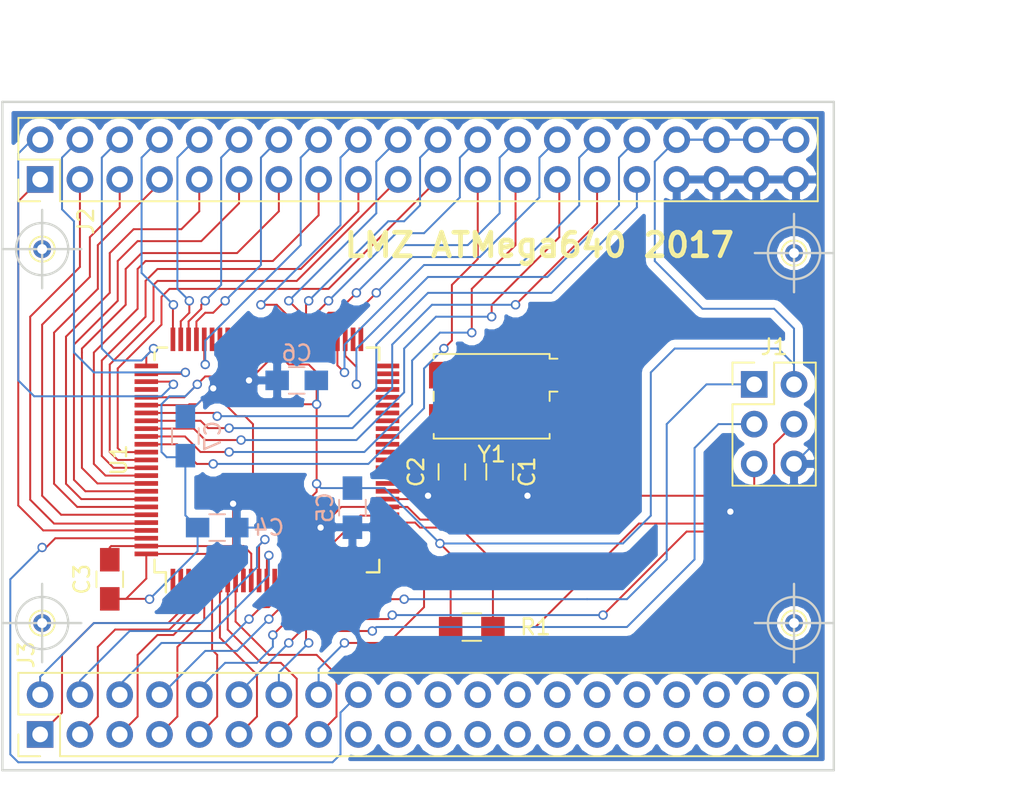
<source format=kicad_pcb>
(kicad_pcb (version 4) (host pcbnew 4.0.6)

  (general
    (links 89)
    (no_connects 0)
    (area 102.286999 75.616999 155.523001 118.439001)
    (thickness 1.6)
    (drawings 11)
    (tracks 597)
    (zones 0)
    (modules 17)
    (nets 118)
  )

  (page A4)
  (title_block
    (title "LMZ ATMega640")
    (date 2017-08-27)
    (rev 1.1.0)
    (company "Luigi Zuccarelli")
  )

  (layers
    (0 F.Cu signal)
    (31 B.Cu signal)
    (32 B.Adhes user)
    (33 F.Adhes user)
    (34 B.Paste user)
    (35 F.Paste user)
    (36 B.SilkS user)
    (37 F.SilkS user)
    (38 B.Mask user)
    (39 F.Mask user)
    (40 Dwgs.User user)
    (41 Cmts.User user)
    (42 Eco1.User user)
    (43 Eco2.User user)
    (44 Edge.Cuts user)
    (45 Margin user)
    (46 B.CrtYd user)
    (47 F.CrtYd user)
    (48 B.Fab user)
    (49 F.Fab user)
  )

  (setup
    (last_trace_width 0.125)
    (user_trace_width 0.125)
    (trace_clearance 0.2)
    (zone_clearance 0.508)
    (zone_45_only no)
    (trace_min 0.125)
    (segment_width 0.2)
    (edge_width 0.15)
    (via_size 0.6)
    (via_drill 0.4)
    (via_min_size 0.4)
    (via_min_drill 0.3)
    (uvia_size 0.3)
    (uvia_drill 0.1)
    (uvias_allowed no)
    (uvia_min_size 0.125)
    (uvia_min_drill 0.1)
    (pcb_text_width 0.3)
    (pcb_text_size 1.5 1.5)
    (mod_edge_width 0.15)
    (mod_text_size 1 1)
    (mod_text_width 0.15)
    (pad_size 1.524 1.524)
    (pad_drill 0.762)
    (pad_to_mask_clearance 0.2)
    (aux_axis_origin 152.908 108.966)
    (visible_elements FFFEFF7F)
    (pcbplotparams
      (layerselection 0x00030_80000001)
      (usegerberextensions false)
      (excludeedgelayer true)
      (linewidth 0.100000)
      (plotframeref false)
      (viasonmask false)
      (mode 1)
      (useauxorigin false)
      (hpglpennumber 1)
      (hpglpenspeed 20)
      (hpglpendiameter 15)
      (hpglpenoverlay 2)
      (psnegative false)
      (psa4output false)
      (plotreference true)
      (plotvalue true)
      (plotinvisibletext false)
      (padsonsilk false)
      (subtractmaskfromsilk false)
      (outputformat 1)
      (mirror false)
      (drillshape 1)
      (scaleselection 1)
      (outputdirectory ""))
  )

  (net 0 "")
  (net 1 "Net-(C1-Pad1)")
  (net 2 GND)
  (net 3 "Net-(C2-Pad1)")
  (net 4 +5VD)
  (net 5 "Net-(J1-Pad1)")
  (net 6 "Net-(J1-Pad3)")
  (net 7 "Net-(J1-Pad4)")
  (net 8 "Net-(J1-Pad5)")
  (net 9 /PC0)
  (net 10 /PC1)
  (net 11 /PC2)
  (net 12 /PC3)
  (net 13 /PC4)
  (net 14 /PC5)
  (net 15 /PC6)
  (net 16 /PC7)
  (net 17 "Net-(J3-Pad17)")
  (net 18 "Net-(J3-Pad19)")
  (net 19 "Net-(J3-Pad20)")
  (net 20 "Net-(J3-Pad21)")
  (net 21 "Net-(J3-Pad22)")
  (net 22 "Net-(J3-Pad23)")
  (net 23 "Net-(J3-Pad24)")
  (net 24 "Net-(J3-Pad25)")
  (net 25 "Net-(J3-Pad26)")
  (net 26 "Net-(J3-Pad27)")
  (net 27 "Net-(J3-Pad28)")
  (net 28 "Net-(J3-Pad29)")
  (net 29 "Net-(J3-Pad30)")
  (net 30 "Net-(J3-Pad31)")
  (net 31 "Net-(J3-Pad32)")
  (net 32 "Net-(J3-Pad33)")
  (net 33 "Net-(J3-Pad34)")
  (net 34 "Net-(J3-Pad35)")
  (net 35 "Net-(J3-Pad36)")
  (net 36 "Net-(J3-Pad37)")
  (net 37 "Net-(J3-Pad38)")
  (net 38 "Net-(J3-Pad39)")
  (net 39 "Net-(J3-Pad40)")
  (net 40 "Net-(U1-Pad1)")
  (net 41 "Net-(U1-Pad19)")
  (net 42 "Net-(U1-Pad23)")
  (net 43 "Net-(U1-Pad24)")
  (net 44 "Net-(U1-Pad25)")
  (net 45 "Net-(U1-Pad26)")
  (net 46 "Net-(U1-Pad28)")
  (net 47 "Net-(U1-Pad29)")
  (net 48 "Net-(U1-Pad35)")
  (net 49 "Net-(U1-Pad36)")
  (net 50 "Net-(U1-Pad37)")
  (net 51 "Net-(U1-Pad38)")
  (net 52 "Net-(U1-Pad39)")
  (net 53 "Net-(U1-Pad40)")
  (net 54 "Net-(U1-Pad41)")
  (net 55 "Net-(U1-Pad42)")
  (net 56 "Net-(U1-Pad43)")
  (net 57 "Net-(U1-Pad44)")
  (net 58 "Net-(U1-Pad45)")
  (net 59 "Net-(U1-Pad46)")
  (net 60 "Net-(U1-Pad47)")
  (net 61 "Net-(U1-Pad48)")
  (net 62 "Net-(U1-Pad49)")
  (net 63 "Net-(U1-Pad50)")
  (net 64 "Net-(U1-Pad51)")
  (net 65 "Net-(U1-Pad52)")
  (net 66 "Net-(U1-Pad63)")
  (net 67 "Net-(U1-Pad64)")
  (net 68 "Net-(U1-Pad65)")
  (net 69 "Net-(U1-Pad66)")
  (net 70 "Net-(U1-Pad67)")
  (net 71 "Net-(U1-Pad68)")
  (net 72 "Net-(U1-Pad69)")
  (net 73 "Net-(U1-Pad70)")
  (net 74 "Net-(U1-Pad79)")
  (net 75 "Net-(Y1-Pad2)")
  (net 76 "Net-(Y1-Pad4)")
  (net 77 /ADC0)
  (net 78 /ADC1)
  (net 79 /ADC2)
  (net 80 /ADC3)
  (net 81 /ADC4)
  (net 82 /ADC5)
  (net 83 /ADC6)
  (net 84 /ADC7)
  (net 85 /ADC8)
  (net 86 /PA0)
  (net 87 /ADC9)
  (net 88 /PA1)
  (net 89 /ADC10)
  (net 90 /PA2)
  (net 91 /ADC11)
  (net 92 /PA3)
  (net 93 /ADC12)
  (net 94 /ADC13)
  (net 95 /PA5)
  (net 96 /ADC14)
  (net 97 /PA6)
  (net 98 /ADC15)
  (net 99 /PA7)
  (net 100 /PA4)
  (net 101 /PE0)
  (net 102 /PH0)
  (net 103 /PE1)
  (net 104 /PH1)
  (net 105 /PE2)
  (net 106 /PH2)
  (net 107 /PE3)
  (net 108 /PH3)
  (net 109 /PE4)
  (net 110 /PH4)
  (net 111 /PE5)
  (net 112 /PH5)
  (net 113 /PE6)
  (net 114 /PH6)
  (net 115 /PE7)
  (net 116 /PH7)
  (net 117 /AREF)

  (net_class Default "This is the default net class."
    (clearance 0.2)
    (trace_width 0.25)
    (via_dia 0.6)
    (via_drill 0.4)
    (uvia_dia 0.3)
    (uvia_drill 0.1)
    (add_net +5VD)
    (add_net /ADC0)
    (add_net /ADC1)
    (add_net /ADC10)
    (add_net /ADC11)
    (add_net /ADC12)
    (add_net /ADC13)
    (add_net /ADC14)
    (add_net /ADC15)
    (add_net /ADC2)
    (add_net /ADC3)
    (add_net /ADC4)
    (add_net /ADC5)
    (add_net /ADC6)
    (add_net /ADC7)
    (add_net /ADC8)
    (add_net /ADC9)
    (add_net /AREF)
    (add_net /PA0)
    (add_net /PA1)
    (add_net /PA2)
    (add_net /PA3)
    (add_net /PA4)
    (add_net /PA5)
    (add_net /PA6)
    (add_net /PA7)
    (add_net /PC0)
    (add_net /PC1)
    (add_net /PC2)
    (add_net /PC3)
    (add_net /PC4)
    (add_net /PC5)
    (add_net /PC6)
    (add_net /PC7)
    (add_net /PE0)
    (add_net /PE1)
    (add_net /PE2)
    (add_net /PE3)
    (add_net /PE4)
    (add_net /PE5)
    (add_net /PE6)
    (add_net /PE7)
    (add_net /PH0)
    (add_net /PH1)
    (add_net /PH2)
    (add_net /PH3)
    (add_net /PH4)
    (add_net /PH5)
    (add_net /PH6)
    (add_net /PH7)
    (add_net GND)
    (add_net "Net-(C1-Pad1)")
    (add_net "Net-(C2-Pad1)")
    (add_net "Net-(J1-Pad1)")
    (add_net "Net-(J1-Pad3)")
    (add_net "Net-(J1-Pad4)")
    (add_net "Net-(J1-Pad5)")
    (add_net "Net-(J3-Pad17)")
    (add_net "Net-(J3-Pad19)")
    (add_net "Net-(J3-Pad20)")
    (add_net "Net-(J3-Pad21)")
    (add_net "Net-(J3-Pad22)")
    (add_net "Net-(J3-Pad23)")
    (add_net "Net-(J3-Pad24)")
    (add_net "Net-(J3-Pad25)")
    (add_net "Net-(J3-Pad26)")
    (add_net "Net-(J3-Pad27)")
    (add_net "Net-(J3-Pad28)")
    (add_net "Net-(J3-Pad29)")
    (add_net "Net-(J3-Pad30)")
    (add_net "Net-(J3-Pad31)")
    (add_net "Net-(J3-Pad32)")
    (add_net "Net-(J3-Pad33)")
    (add_net "Net-(J3-Pad34)")
    (add_net "Net-(J3-Pad35)")
    (add_net "Net-(J3-Pad36)")
    (add_net "Net-(J3-Pad37)")
    (add_net "Net-(J3-Pad38)")
    (add_net "Net-(J3-Pad39)")
    (add_net "Net-(J3-Pad40)")
    (add_net "Net-(U1-Pad1)")
    (add_net "Net-(U1-Pad19)")
    (add_net "Net-(U1-Pad23)")
    (add_net "Net-(U1-Pad24)")
    (add_net "Net-(U1-Pad25)")
    (add_net "Net-(U1-Pad26)")
    (add_net "Net-(U1-Pad28)")
    (add_net "Net-(U1-Pad29)")
    (add_net "Net-(U1-Pad35)")
    (add_net "Net-(U1-Pad36)")
    (add_net "Net-(U1-Pad37)")
    (add_net "Net-(U1-Pad38)")
    (add_net "Net-(U1-Pad39)")
    (add_net "Net-(U1-Pad40)")
    (add_net "Net-(U1-Pad41)")
    (add_net "Net-(U1-Pad42)")
    (add_net "Net-(U1-Pad43)")
    (add_net "Net-(U1-Pad44)")
    (add_net "Net-(U1-Pad45)")
    (add_net "Net-(U1-Pad46)")
    (add_net "Net-(U1-Pad47)")
    (add_net "Net-(U1-Pad48)")
    (add_net "Net-(U1-Pad49)")
    (add_net "Net-(U1-Pad50)")
    (add_net "Net-(U1-Pad51)")
    (add_net "Net-(U1-Pad52)")
    (add_net "Net-(U1-Pad63)")
    (add_net "Net-(U1-Pad64)")
    (add_net "Net-(U1-Pad65)")
    (add_net "Net-(U1-Pad66)")
    (add_net "Net-(U1-Pad67)")
    (add_net "Net-(U1-Pad68)")
    (add_net "Net-(U1-Pad69)")
    (add_net "Net-(U1-Pad70)")
    (add_net "Net-(U1-Pad79)")
    (add_net "Net-(Y1-Pad2)")
    (add_net "Net-(Y1-Pad4)")
  )

  (net_class 1 ""
    (clearance 0.2)
    (trace_width 0.2)
    (via_dia 0.6)
    (via_drill 0.4)
    (uvia_dia 0.3)
    (uvia_drill 0.1)
  )

  (module Connectors:PINTST (layer F.Cu) (tedit 59A1E0DA) (tstamp 59B8A4BC)
    (at 152.908 108.966)
    (descr "module 1 pin (ou trou mecanique de percage)")
    (tags DEV)
    (fp_text reference "" (at 0 -1.6) (layer F.SilkS)
      (effects (font (size 1 1) (thickness 0.15)))
    )
    (fp_text value PINTST (at 0 1.6) (layer F.Fab)
      (effects (font (size 1 1) (thickness 0.15)))
    )
    (fp_circle (center 0 0) (end 1.1 0) (layer F.CrtYd) (width 0.05))
    (fp_circle (center 0 0) (end 0.4 0.6) (layer F.Fab) (width 0.1))
    (fp_circle (center 0 0) (end -0.254 -0.762) (layer F.SilkS) (width 0.12))
    (pad 1 thru_hole circle (at 0 0) (size 1.143 1.143) (drill 0.635) (layers *.Cu *.Mask))
    (model Connectors.3dshapes/PINTST.wrl
      (at (xyz 0 0 0))
      (scale (xyz 1 1 1))
      (rotate (xyz 0 0 0))
    )
  )

  (module Connectors:PINTST (layer F.Cu) (tedit 59A1E0C3) (tstamp 59B8A4B4)
    (at 152.908 85.344)
    (descr "module 1 pin (ou trou mecanique de percage)")
    (tags DEV)
    (fp_text reference "" (at 0 -1.6) (layer F.SilkS)
      (effects (font (size 1 1) (thickness 0.15)))
    )
    (fp_text value PINTST (at 0 1.6) (layer F.Fab)
      (effects (font (size 1 1) (thickness 0.15)))
    )
    (fp_circle (center 0 0) (end 1.1 0) (layer F.CrtYd) (width 0.05))
    (fp_circle (center 0 0) (end 0.4 0.6) (layer F.Fab) (width 0.1))
    (fp_circle (center 0 0) (end -0.254 -0.762) (layer F.SilkS) (width 0.12))
    (pad 1 thru_hole circle (at 0 0) (size 1.143 1.143) (drill 0.635) (layers *.Cu *.Mask))
    (model Connectors.3dshapes/PINTST.wrl
      (at (xyz 0 0 0))
      (scale (xyz 1 1 1))
      (rotate (xyz 0 0 0))
    )
  )

  (module Connectors:PINTST (layer F.Cu) (tedit 59A1E0D0) (tstamp 59B8A4AD)
    (at 104.902 108.966)
    (descr "module 1 pin (ou trou mecanique de percage)")
    (tags DEV)
    (fp_text reference "" (at 0 -1.6) (layer F.SilkS)
      (effects (font (size 1 1) (thickness 0.15)))
    )
    (fp_text value PINTST (at 0 1.6) (layer F.Fab)
      (effects (font (size 1 1) (thickness 0.15)))
    )
    (fp_circle (center 0 0) (end 1.1 0) (layer F.CrtYd) (width 0.05))
    (fp_circle (center 0 0) (end 0.4 0.6) (layer F.Fab) (width 0.1))
    (fp_circle (center 0 0) (end -0.254 -0.762) (layer F.SilkS) (width 0.12))
    (pad 1 thru_hole circle (at 0 0) (size 1.143 1.143) (drill 0.635) (layers *.Cu *.Mask))
    (model Connectors.3dshapes/PINTST.wrl
      (at (xyz 0 0 0))
      (scale (xyz 1 1 1))
      (rotate (xyz 0 0 0))
    )
  )

  (module Capacitors_SMD:C_0805_HandSoldering (layer B.Cu) (tedit 59A1E118) (tstamp 59B5B452)
    (at 116.078 102.87)
    (descr "Capacitor SMD 0805, hand soldering")
    (tags "capacitor 0805")
    (path /59A18923)
    (attr smd)
    (fp_text reference C4 (at 3.302 0) (layer B.SilkS)
      (effects (font (size 1 1) (thickness 0.15)) (justify mirror))
    )
    (fp_text value 100nf (at 0 -1.75) (layer B.Fab)
      (effects (font (size 1 1) (thickness 0.15)) (justify mirror))
    )
    (fp_text user %R (at 3.302 0) (layer B.Fab)
      (effects (font (size 1 1) (thickness 0.15)) (justify mirror))
    )
    (fp_line (start -1 -0.62) (end -1 0.62) (layer B.Fab) (width 0.1))
    (fp_line (start 1 -0.62) (end -1 -0.62) (layer B.Fab) (width 0.1))
    (fp_line (start 1 0.62) (end 1 -0.62) (layer B.Fab) (width 0.1))
    (fp_line (start -1 0.62) (end 1 0.62) (layer B.Fab) (width 0.1))
    (fp_line (start 0.5 0.85) (end -0.5 0.85) (layer B.SilkS) (width 0.12))
    (fp_line (start -0.5 -0.85) (end 0.5 -0.85) (layer B.SilkS) (width 0.12))
    (fp_line (start -2.25 0.88) (end 2.25 0.88) (layer B.CrtYd) (width 0.05))
    (fp_line (start -2.25 0.88) (end -2.25 -0.87) (layer B.CrtYd) (width 0.05))
    (fp_line (start 2.25 -0.87) (end 2.25 0.88) (layer B.CrtYd) (width 0.05))
    (fp_line (start 2.25 -0.87) (end -2.25 -0.87) (layer B.CrtYd) (width 0.05))
    (pad 1 smd rect (at -1.25 0) (size 1.5 1.25) (layers B.Cu B.Paste B.Mask)
      (net 4 +5VD))
    (pad 2 smd rect (at 1.25 0) (size 1.5 1.25) (layers B.Cu B.Paste B.Mask)
      (net 2 GND))
    (model Capacitors_SMD.3dshapes/C_0805.wrl
      (at (xyz 0 0 0))
      (scale (xyz 1 1 1))
      (rotate (xyz 0 0 0))
    )
  )

  (module Pin_Headers:Pin_Header_Straight_2x20_Pitch2.54mm (layer F.Cu) (tedit 59A1F75C) (tstamp 59B2FD92)
    (at 104.775 116.078 90)
    (descr "Through hole straight pin header, 2x20, 2.54mm pitch, double rows")
    (tags "Through hole pin header THT 2x20 2.54mm double row")
    (path /59A18843)
    (fp_text reference J3 (at 5.08 -0.889 90) (layer F.SilkS)
      (effects (font (size 1 1) (thickness 0.15)))
    )
    (fp_text value CONN_02X20 (at 1.27 50.65 90) (layer F.Fab)
      (effects (font (size 1 1) (thickness 0.15)))
    )
    (fp_line (start -1.27 -1.27) (end -1.27 49.53) (layer F.Fab) (width 0.1))
    (fp_line (start -1.27 49.53) (end 3.81 49.53) (layer F.Fab) (width 0.1))
    (fp_line (start 3.81 49.53) (end 3.81 -1.27) (layer F.Fab) (width 0.1))
    (fp_line (start 3.81 -1.27) (end -1.27 -1.27) (layer F.Fab) (width 0.1))
    (fp_line (start -1.39 1.27) (end -1.39 49.65) (layer F.SilkS) (width 0.12))
    (fp_line (start -1.39 49.65) (end 3.93 49.65) (layer F.SilkS) (width 0.12))
    (fp_line (start 3.93 49.65) (end 3.93 -1.39) (layer F.SilkS) (width 0.12))
    (fp_line (start 3.93 -1.39) (end 1.27 -1.39) (layer F.SilkS) (width 0.12))
    (fp_line (start 1.27 -1.39) (end 1.27 1.27) (layer F.SilkS) (width 0.12))
    (fp_line (start 1.27 1.27) (end -1.39 1.27) (layer F.SilkS) (width 0.12))
    (fp_line (start -1.39 0) (end -1.39 -1.39) (layer F.SilkS) (width 0.12))
    (fp_line (start -1.39 -1.39) (end 0 -1.39) (layer F.SilkS) (width 0.12))
    (fp_line (start -1.6 -1.6) (end -1.6 49.8) (layer F.CrtYd) (width 0.05))
    (fp_line (start -1.6 49.8) (end 4.1 49.8) (layer F.CrtYd) (width 0.05))
    (fp_line (start 4.1 49.8) (end 4.1 -1.6) (layer F.CrtYd) (width 0.05))
    (fp_line (start 4.1 -1.6) (end -1.6 -1.6) (layer F.CrtYd) (width 0.05))
    (pad 1 thru_hole rect (at 0 0 90) (size 1.7 1.7) (drill 1) (layers *.Cu *.Mask)
      (net 101 /PE0))
    (pad 2 thru_hole oval (at 2.54 0 90) (size 1.7 1.7) (drill 1) (layers *.Cu *.Mask)
      (net 102 /PH0))
    (pad 3 thru_hole oval (at 0 2.54 90) (size 1.7 1.7) (drill 1) (layers *.Cu *.Mask)
      (net 103 /PE1))
    (pad 4 thru_hole oval (at 2.54 2.54 90) (size 1.7 1.7) (drill 1) (layers *.Cu *.Mask)
      (net 104 /PH1))
    (pad 5 thru_hole oval (at 0 5.08 90) (size 1.7 1.7) (drill 1) (layers *.Cu *.Mask)
      (net 105 /PE2))
    (pad 6 thru_hole oval (at 2.54 5.08 90) (size 1.7 1.7) (drill 1) (layers *.Cu *.Mask)
      (net 106 /PH2))
    (pad 7 thru_hole oval (at 0 7.62 90) (size 1.7 1.7) (drill 1) (layers *.Cu *.Mask)
      (net 107 /PE3))
    (pad 8 thru_hole oval (at 2.54 7.62 90) (size 1.7 1.7) (drill 1) (layers *.Cu *.Mask)
      (net 108 /PH3))
    (pad 9 thru_hole oval (at 0 10.16 90) (size 1.7 1.7) (drill 1) (layers *.Cu *.Mask)
      (net 109 /PE4))
    (pad 10 thru_hole oval (at 2.54 10.16 90) (size 1.7 1.7) (drill 1) (layers *.Cu *.Mask)
      (net 110 /PH4))
    (pad 11 thru_hole oval (at 0 12.7 90) (size 1.7 1.7) (drill 1) (layers *.Cu *.Mask)
      (net 111 /PE5))
    (pad 12 thru_hole oval (at 2.54 12.7 90) (size 1.7 1.7) (drill 1) (layers *.Cu *.Mask)
      (net 112 /PH5))
    (pad 13 thru_hole oval (at 0 15.24 90) (size 1.7 1.7) (drill 1) (layers *.Cu *.Mask)
      (net 113 /PE6))
    (pad 14 thru_hole oval (at 2.54 15.24 90) (size 1.7 1.7) (drill 1) (layers *.Cu *.Mask)
      (net 114 /PH6))
    (pad 15 thru_hole oval (at 0 17.78 90) (size 1.7 1.7) (drill 1) (layers *.Cu *.Mask)
      (net 115 /PE7))
    (pad 16 thru_hole oval (at 2.54 17.78 90) (size 1.7 1.7) (drill 1) (layers *.Cu *.Mask)
      (net 116 /PH7))
    (pad 17 thru_hole oval (at 0 20.32 90) (size 1.7 1.7) (drill 1) (layers *.Cu *.Mask)
      (net 17 "Net-(J3-Pad17)"))
    (pad 18 thru_hole oval (at 2.54 20.32 90) (size 1.7 1.7) (drill 1) (layers *.Cu *.Mask)
      (net 117 /AREF))
    (pad 19 thru_hole oval (at 0 22.86 90) (size 1.7 1.7) (drill 1) (layers *.Cu *.Mask)
      (net 18 "Net-(J3-Pad19)"))
    (pad 20 thru_hole oval (at 2.54 22.86 90) (size 1.7 1.7) (drill 1) (layers *.Cu *.Mask)
      (net 19 "Net-(J3-Pad20)"))
    (pad 21 thru_hole oval (at 0 25.4 90) (size 1.7 1.7) (drill 1) (layers *.Cu *.Mask)
      (net 20 "Net-(J3-Pad21)"))
    (pad 22 thru_hole oval (at 2.54 25.4 90) (size 1.7 1.7) (drill 1) (layers *.Cu *.Mask)
      (net 21 "Net-(J3-Pad22)"))
    (pad 23 thru_hole oval (at 0 27.94 90) (size 1.7 1.7) (drill 1) (layers *.Cu *.Mask)
      (net 22 "Net-(J3-Pad23)"))
    (pad 24 thru_hole oval (at 2.54 27.94 90) (size 1.7 1.7) (drill 1) (layers *.Cu *.Mask)
      (net 23 "Net-(J3-Pad24)"))
    (pad 25 thru_hole oval (at 0 30.48 90) (size 1.7 1.7) (drill 1) (layers *.Cu *.Mask)
      (net 24 "Net-(J3-Pad25)"))
    (pad 26 thru_hole oval (at 2.54 30.48 90) (size 1.7 1.7) (drill 1) (layers *.Cu *.Mask)
      (net 25 "Net-(J3-Pad26)"))
    (pad 27 thru_hole oval (at 0 33.02 90) (size 1.7 1.7) (drill 1) (layers *.Cu *.Mask)
      (net 26 "Net-(J3-Pad27)"))
    (pad 28 thru_hole oval (at 2.54 33.02 90) (size 1.7 1.7) (drill 1) (layers *.Cu *.Mask)
      (net 27 "Net-(J3-Pad28)"))
    (pad 29 thru_hole oval (at 0 35.56 90) (size 1.7 1.7) (drill 1) (layers *.Cu *.Mask)
      (net 28 "Net-(J3-Pad29)"))
    (pad 30 thru_hole oval (at 2.54 35.56 90) (size 1.7 1.7) (drill 1) (layers *.Cu *.Mask)
      (net 29 "Net-(J3-Pad30)"))
    (pad 31 thru_hole oval (at 0 38.1 90) (size 1.7 1.7) (drill 1) (layers *.Cu *.Mask)
      (net 30 "Net-(J3-Pad31)"))
    (pad 32 thru_hole oval (at 2.54 38.1 90) (size 1.7 1.7) (drill 1) (layers *.Cu *.Mask)
      (net 31 "Net-(J3-Pad32)"))
    (pad 33 thru_hole oval (at 0 40.64 90) (size 1.7 1.7) (drill 1) (layers *.Cu *.Mask)
      (net 32 "Net-(J3-Pad33)"))
    (pad 34 thru_hole oval (at 2.54 40.64 90) (size 1.7 1.7) (drill 1) (layers *.Cu *.Mask)
      (net 33 "Net-(J3-Pad34)"))
    (pad 35 thru_hole oval (at 0 43.18 90) (size 1.7 1.7) (drill 1) (layers *.Cu *.Mask)
      (net 34 "Net-(J3-Pad35)"))
    (pad 36 thru_hole oval (at 2.54 43.18 90) (size 1.7 1.7) (drill 1) (layers *.Cu *.Mask)
      (net 35 "Net-(J3-Pad36)"))
    (pad 37 thru_hole oval (at 0 45.72 90) (size 1.7 1.7) (drill 1) (layers *.Cu *.Mask)
      (net 36 "Net-(J3-Pad37)"))
    (pad 38 thru_hole oval (at 2.54 45.72 90) (size 1.7 1.7) (drill 1) (layers *.Cu *.Mask)
      (net 37 "Net-(J3-Pad38)"))
    (pad 39 thru_hole oval (at 0 48.26 90) (size 1.7 1.7) (drill 1) (layers *.Cu *.Mask)
      (net 38 "Net-(J3-Pad39)"))
    (pad 40 thru_hole oval (at 2.54 48.26 90) (size 1.7 1.7) (drill 1) (layers *.Cu *.Mask)
      (net 39 "Net-(J3-Pad40)"))
    (model Pin_Headers.3dshapes/Pin_Header_Straight_2x20_Pitch2.54mm.wrl
      (at (xyz 0.05 -0.95 0))
      (scale (xyz 1 1 1))
      (rotate (xyz 0 0 90))
    )
  )

  (module Capacitors_SMD:C_0805_HandSoldering (layer F.Cu) (tedit 59A1E207) (tstamp 59A1B437)
    (at 131.064 99.314 270)
    (descr "Capacitor SMD 0805, hand soldering")
    (tags "capacitor 0805")
    (path /59A18ABA)
    (attr smd)
    (fp_text reference C2 (at 0 2.286 270) (layer F.SilkS)
      (effects (font (size 1 1) (thickness 0.15)))
    )
    (fp_text value 22pf (at 0 1.75 270) (layer F.Fab)
      (effects (font (size 1 1) (thickness 0.15)))
    )
    (fp_text user %R (at 0 2.286 270) (layer F.Fab)
      (effects (font (size 1 1) (thickness 0.15)))
    )
    (fp_line (start -1 0.62) (end -1 -0.62) (layer F.Fab) (width 0.1))
    (fp_line (start 1 0.62) (end -1 0.62) (layer F.Fab) (width 0.1))
    (fp_line (start 1 -0.62) (end 1 0.62) (layer F.Fab) (width 0.1))
    (fp_line (start -1 -0.62) (end 1 -0.62) (layer F.Fab) (width 0.1))
    (fp_line (start 0.5 -0.85) (end -0.5 -0.85) (layer F.SilkS) (width 0.12))
    (fp_line (start -0.5 0.85) (end 0.5 0.85) (layer F.SilkS) (width 0.12))
    (fp_line (start -2.25 -0.88) (end 2.25 -0.88) (layer F.CrtYd) (width 0.05))
    (fp_line (start -2.25 -0.88) (end -2.25 0.87) (layer F.CrtYd) (width 0.05))
    (fp_line (start 2.25 0.87) (end 2.25 -0.88) (layer F.CrtYd) (width 0.05))
    (fp_line (start 2.25 0.87) (end -2.25 0.87) (layer F.CrtYd) (width 0.05))
    (pad 1 smd rect (at -1.25 0 270) (size 1.5 1.25) (layers F.Cu F.Paste F.Mask)
      (net 3 "Net-(C2-Pad1)"))
    (pad 2 smd rect (at 1.25 0 270) (size 1.5 1.25) (layers F.Cu F.Paste F.Mask)
      (net 2 GND))
    (model Capacitors_SMD.3dshapes/C_0805.wrl
      (at (xyz 0 0 0))
      (scale (xyz 1 1 1))
      (rotate (xyz 0 0 0))
    )
  )

  (module Capacitors_SMD:C_0805_HandSoldering (layer F.Cu) (tedit 59A1993C) (tstamp 59A1B426)
    (at 134.112 99.314 270)
    (descr "Capacitor SMD 0805, hand soldering")
    (tags "capacitor 0805")
    (path /59A18A67)
    (attr smd)
    (fp_text reference C1 (at 0 -1.75 270) (layer F.SilkS)
      (effects (font (size 1 1) (thickness 0.15)))
    )
    (fp_text value 22pf (at 0 1.75 270) (layer F.Fab)
      (effects (font (size 1 1) (thickness 0.15)))
    )
    (fp_text user %R (at 0 -1.75 270) (layer F.Fab)
      (effects (font (size 1 1) (thickness 0.15)))
    )
    (fp_line (start -1 0.62) (end -1 -0.62) (layer F.Fab) (width 0.1))
    (fp_line (start 1 0.62) (end -1 0.62) (layer F.Fab) (width 0.1))
    (fp_line (start 1 -0.62) (end 1 0.62) (layer F.Fab) (width 0.1))
    (fp_line (start -1 -0.62) (end 1 -0.62) (layer F.Fab) (width 0.1))
    (fp_line (start 0.5 -0.85) (end -0.5 -0.85) (layer F.SilkS) (width 0.12))
    (fp_line (start -0.5 0.85) (end 0.5 0.85) (layer F.SilkS) (width 0.12))
    (fp_line (start -2.25 -0.88) (end 2.25 -0.88) (layer F.CrtYd) (width 0.05))
    (fp_line (start -2.25 -0.88) (end -2.25 0.87) (layer F.CrtYd) (width 0.05))
    (fp_line (start 2.25 0.87) (end 2.25 -0.88) (layer F.CrtYd) (width 0.05))
    (fp_line (start 2.25 0.87) (end -2.25 0.87) (layer F.CrtYd) (width 0.05))
    (pad 1 smd rect (at -1.25 0 270) (size 1.5 1.25) (layers F.Cu F.Paste F.Mask)
      (net 1 "Net-(C1-Pad1)"))
    (pad 2 smd rect (at 1.25 0 270) (size 1.5 1.25) (layers F.Cu F.Paste F.Mask)
      (net 2 GND))
    (model Capacitors_SMD.3dshapes/C_0805.wrl
      (at (xyz 0 0 0))
      (scale (xyz 1 1 1))
      (rotate (xyz 0 0 0))
    )
  )

  (module Resistors_SMD:R_0805_HandSoldering (layer F.Cu) (tedit 59A1E22C) (tstamp 59A1B415)
    (at 132.334 109.22)
    (descr "Resistor SMD 0805, hand soldering")
    (tags "resistor 0805")
    (path /59A18C30)
    (attr smd)
    (fp_text reference R1 (at 4.064 0) (layer F.SilkS)
      (effects (font (size 1 1) (thickness 0.15)))
    )
    (fp_text value 4k7 (at 0 1.75) (layer F.Fab)
      (effects (font (size 1 1) (thickness 0.15)))
    )
    (fp_text user %R (at 4.064 0) (layer F.Fab)
      (effects (font (size 1 1) (thickness 0.15)))
    )
    (fp_line (start -1 0.62) (end -1 -0.62) (layer F.Fab) (width 0.1))
    (fp_line (start 1 0.62) (end -1 0.62) (layer F.Fab) (width 0.1))
    (fp_line (start 1 -0.62) (end 1 0.62) (layer F.Fab) (width 0.1))
    (fp_line (start -1 -0.62) (end 1 -0.62) (layer F.Fab) (width 0.1))
    (fp_line (start 0.6 0.88) (end -0.6 0.88) (layer F.SilkS) (width 0.12))
    (fp_line (start -0.6 -0.88) (end 0.6 -0.88) (layer F.SilkS) (width 0.12))
    (fp_line (start -2.35 -0.9) (end 2.35 -0.9) (layer F.CrtYd) (width 0.05))
    (fp_line (start -2.35 -0.9) (end -2.35 0.9) (layer F.CrtYd) (width 0.05))
    (fp_line (start 2.35 0.9) (end 2.35 -0.9) (layer F.CrtYd) (width 0.05))
    (fp_line (start 2.35 0.9) (end -2.35 0.9) (layer F.CrtYd) (width 0.05))
    (pad 1 smd rect (at -1.35 0) (size 1.5 1.3) (layers F.Cu F.Paste F.Mask)
      (net 4 +5VD))
    (pad 2 smd rect (at 1.35 0) (size 1.5 1.3) (layers F.Cu F.Paste F.Mask)
      (net 8 "Net-(J1-Pad5)"))
    (model Resistors_SMD.3dshapes/R_0805.wrl
      (at (xyz 0 0 0))
      (scale (xyz 1 1 1))
      (rotate (xyz 0 0 0))
    )
  )

  (module Capacitors_SMD:C_0805_HandSoldering (layer B.Cu) (tedit 59A1E0FC) (tstamp 59A1AD48)
    (at 124.714 101.6 270)
    (descr "Capacitor SMD 0805, hand soldering")
    (tags "capacitor 0805")
    (path /59A218A9)
    (attr smd)
    (fp_text reference C5 (at 0 1.75 270) (layer B.SilkS)
      (effects (font (size 1 1) (thickness 0.15)) (justify mirror))
    )
    (fp_text value 100nf (at 0 -1.75 270) (layer B.Fab)
      (effects (font (size 1 1) (thickness 0.15)) (justify mirror))
    )
    (fp_text user %R (at 0 1.75 270) (layer B.Fab)
      (effects (font (size 1 1) (thickness 0.15)) (justify mirror))
    )
    (fp_line (start -1 -0.62) (end -1 0.62) (layer B.Fab) (width 0.1))
    (fp_line (start 1 -0.62) (end -1 -0.62) (layer B.Fab) (width 0.1))
    (fp_line (start 1 0.62) (end 1 -0.62) (layer B.Fab) (width 0.1))
    (fp_line (start -1 0.62) (end 1 0.62) (layer B.Fab) (width 0.1))
    (fp_line (start 0.5 0.85) (end -0.5 0.85) (layer B.SilkS) (width 0.12))
    (fp_line (start -0.5 -0.85) (end 0.5 -0.85) (layer B.SilkS) (width 0.12))
    (fp_line (start -2.25 0.88) (end 2.25 0.88) (layer B.CrtYd) (width 0.05))
    (fp_line (start -2.25 0.88) (end -2.25 -0.87) (layer B.CrtYd) (width 0.05))
    (fp_line (start 2.25 -0.87) (end 2.25 0.88) (layer B.CrtYd) (width 0.05))
    (fp_line (start 2.25 -0.87) (end -2.25 -0.87) (layer B.CrtYd) (width 0.05))
    (pad 1 smd rect (at -1.25 0 270) (size 1.5 1.25) (layers B.Cu B.Paste B.Mask)
      (net 4 +5VD))
    (pad 2 smd rect (at 1.25 0 270) (size 1.5 1.25) (layers B.Cu B.Paste B.Mask)
      (net 2 GND))
    (model Capacitors_SMD.3dshapes/C_0805.wrl
      (at (xyz 0 0 0))
      (scale (xyz 1 1 1))
      (rotate (xyz 0 0 0))
    )
  )

  (module Housings_QFP:TQFP-100_14x14mm_Pitch0.5mm (layer F.Cu) (tedit 59A1E13D) (tstamp 59A19440)
    (at 119.253 98.552 90)
    (descr "100-Lead Plastic Thin Quad Flatpack (PF) - 14x14x1 mm Body 2.00 mm Footprint [TQFP] (see Microchip Packaging Specification 00000049BS.pdf)")
    (tags "QFP 0.5")
    (path /59A186D3)
    (attr smd)
    (fp_text reference U1 (at 0 -9.45 90) (layer F.SilkS)
      (effects (font (size 1 1) (thickness 0.15)))
    )
    (fp_text value ATMEGA640-16AU (at 0 9.45 90) (layer F.Fab)
      (effects (font (size 1 1) (thickness 0.15)))
    )
    (fp_text user %R (at 0 -9.525 90) (layer F.Fab)
      (effects (font (size 1 1) (thickness 0.15)))
    )
    (fp_line (start -6 -7) (end 7 -7) (layer F.Fab) (width 0.15))
    (fp_line (start 7 -7) (end 7 7) (layer F.Fab) (width 0.15))
    (fp_line (start 7 7) (end -7 7) (layer F.Fab) (width 0.15))
    (fp_line (start -7 7) (end -7 -6) (layer F.Fab) (width 0.15))
    (fp_line (start -7 -6) (end -6 -7) (layer F.Fab) (width 0.15))
    (fp_line (start -8.7 -8.7) (end -8.7 8.7) (layer F.CrtYd) (width 0.05))
    (fp_line (start 8.7 -8.7) (end 8.7 8.7) (layer F.CrtYd) (width 0.05))
    (fp_line (start -8.7 -8.7) (end 8.7 -8.7) (layer F.CrtYd) (width 0.05))
    (fp_line (start -8.7 8.7) (end 8.7 8.7) (layer F.CrtYd) (width 0.05))
    (fp_line (start -7.175 -7.175) (end -7.175 -6.45) (layer F.SilkS) (width 0.15))
    (fp_line (start 7.175 -7.175) (end 7.175 -6.375) (layer F.SilkS) (width 0.15))
    (fp_line (start 7.175 7.175) (end 7.175 6.375) (layer F.SilkS) (width 0.15))
    (fp_line (start -7.175 7.175) (end -7.175 6.375) (layer F.SilkS) (width 0.15))
    (fp_line (start -7.175 -7.175) (end -6.375 -7.175) (layer F.SilkS) (width 0.15))
    (fp_line (start -7.175 7.175) (end -6.375 7.175) (layer F.SilkS) (width 0.15))
    (fp_line (start 7.175 7.175) (end 6.375 7.175) (layer F.SilkS) (width 0.15))
    (fp_line (start 7.175 -7.175) (end 6.375 -7.175) (layer F.SilkS) (width 0.15))
    (fp_line (start -7.175 -6.45) (end -8.45 -6.45) (layer F.SilkS) (width 0.15))
    (pad 1 smd rect (at -7.7 -6 90) (size 1.5 0.3) (layers F.Cu F.Paste F.Mask)
      (net 40 "Net-(U1-Pad1)"))
    (pad 2 smd rect (at -7.7 -5.5 90) (size 1.5 0.3) (layers F.Cu F.Paste F.Mask)
      (net 101 /PE0))
    (pad 3 smd rect (at -7.7 -5 90) (size 1.5 0.3) (layers F.Cu F.Paste F.Mask)
      (net 103 /PE1))
    (pad 4 smd rect (at -7.7 -4.5 90) (size 1.5 0.3) (layers F.Cu F.Paste F.Mask)
      (net 105 /PE2))
    (pad 5 smd rect (at -7.7 -4 90) (size 1.5 0.3) (layers F.Cu F.Paste F.Mask)
      (net 107 /PE3))
    (pad 6 smd rect (at -7.7 -3.5 90) (size 1.5 0.3) (layers F.Cu F.Paste F.Mask)
      (net 109 /PE4))
    (pad 7 smd rect (at -7.7 -3 90) (size 1.5 0.3) (layers F.Cu F.Paste F.Mask)
      (net 111 /PE5))
    (pad 8 smd rect (at -7.7 -2.5 90) (size 1.5 0.3) (layers F.Cu F.Paste F.Mask)
      (net 113 /PE6))
    (pad 9 smd rect (at -7.7 -2 90) (size 1.5 0.3) (layers F.Cu F.Paste F.Mask)
      (net 115 /PE7))
    (pad 10 smd rect (at -7.7 -1.5 90) (size 1.5 0.3) (layers F.Cu F.Paste F.Mask)
      (net 4 +5VD))
    (pad 11 smd rect (at -7.7 -1 90) (size 1.5 0.3) (layers F.Cu F.Paste F.Mask)
      (net 2 GND))
    (pad 12 smd rect (at -7.7 -0.5 90) (size 1.5 0.3) (layers F.Cu F.Paste F.Mask)
      (net 102 /PH0))
    (pad 13 smd rect (at -7.7 0 90) (size 1.5 0.3) (layers F.Cu F.Paste F.Mask)
      (net 104 /PH1))
    (pad 14 smd rect (at -7.7 0.5 90) (size 1.5 0.3) (layers F.Cu F.Paste F.Mask)
      (net 106 /PH2))
    (pad 15 smd rect (at -7.7 1 90) (size 1.5 0.3) (layers F.Cu F.Paste F.Mask)
      (net 108 /PH3))
    (pad 16 smd rect (at -7.7 1.5 90) (size 1.5 0.3) (layers F.Cu F.Paste F.Mask)
      (net 110 /PH4))
    (pad 17 smd rect (at -7.7 2 90) (size 1.5 0.3) (layers F.Cu F.Paste F.Mask)
      (net 112 /PH5))
    (pad 18 smd rect (at -7.7 2.5 90) (size 1.5 0.3) (layers F.Cu F.Paste F.Mask)
      (net 114 /PH6))
    (pad 19 smd rect (at -7.7 3 90) (size 1.5 0.3) (layers F.Cu F.Paste F.Mask)
      (net 41 "Net-(U1-Pad19)"))
    (pad 20 smd rect (at -7.7 3.5 90) (size 1.5 0.3) (layers F.Cu F.Paste F.Mask)
      (net 6 "Net-(J1-Pad3)"))
    (pad 21 smd rect (at -7.7 4 90) (size 1.5 0.3) (layers F.Cu F.Paste F.Mask)
      (net 7 "Net-(J1-Pad4)"))
    (pad 22 smd rect (at -7.7 4.5 90) (size 1.5 0.3) (layers F.Cu F.Paste F.Mask)
      (net 5 "Net-(J1-Pad1)"))
    (pad 23 smd rect (at -7.7 5 90) (size 1.5 0.3) (layers F.Cu F.Paste F.Mask)
      (net 42 "Net-(U1-Pad23)"))
    (pad 24 smd rect (at -7.7 5.5 90) (size 1.5 0.3) (layers F.Cu F.Paste F.Mask)
      (net 43 "Net-(U1-Pad24)"))
    (pad 25 smd rect (at -7.7 6 90) (size 1.5 0.3) (layers F.Cu F.Paste F.Mask)
      (net 44 "Net-(U1-Pad25)"))
    (pad 26 smd rect (at -6 7.7 180) (size 1.5 0.3) (layers F.Cu F.Paste F.Mask)
      (net 45 "Net-(U1-Pad26)"))
    (pad 27 smd rect (at -5.5 7.7 180) (size 1.5 0.3) (layers F.Cu F.Paste F.Mask)
      (net 116 /PH7))
    (pad 28 smd rect (at -5 7.7 180) (size 1.5 0.3) (layers F.Cu F.Paste F.Mask)
      (net 46 "Net-(U1-Pad28)"))
    (pad 29 smd rect (at -4.5 7.7 180) (size 1.5 0.3) (layers F.Cu F.Paste F.Mask)
      (net 47 "Net-(U1-Pad29)"))
    (pad 30 smd rect (at -4 7.7 180) (size 1.5 0.3) (layers F.Cu F.Paste F.Mask)
      (net 8 "Net-(J1-Pad5)"))
    (pad 31 smd rect (at -3.5 7.7 180) (size 1.5 0.3) (layers F.Cu F.Paste F.Mask)
      (net 4 +5VD))
    (pad 32 smd rect (at -3 7.7 180) (size 1.5 0.3) (layers F.Cu F.Paste F.Mask)
      (net 2 GND))
    (pad 33 smd rect (at -2.5 7.7 180) (size 1.5 0.3) (layers F.Cu F.Paste F.Mask)
      (net 1 "Net-(C1-Pad1)"))
    (pad 34 smd rect (at -2 7.7 180) (size 1.5 0.3) (layers F.Cu F.Paste F.Mask)
      (net 3 "Net-(C2-Pad1)"))
    (pad 35 smd rect (at -1.5 7.7 180) (size 1.5 0.3) (layers F.Cu F.Paste F.Mask)
      (net 48 "Net-(U1-Pad35)"))
    (pad 36 smd rect (at -1 7.7 180) (size 1.5 0.3) (layers F.Cu F.Paste F.Mask)
      (net 49 "Net-(U1-Pad36)"))
    (pad 37 smd rect (at -0.5 7.7 180) (size 1.5 0.3) (layers F.Cu F.Paste F.Mask)
      (net 50 "Net-(U1-Pad37)"))
    (pad 38 smd rect (at 0 7.7 180) (size 1.5 0.3) (layers F.Cu F.Paste F.Mask)
      (net 51 "Net-(U1-Pad38)"))
    (pad 39 smd rect (at 0.5 7.7 180) (size 1.5 0.3) (layers F.Cu F.Paste F.Mask)
      (net 52 "Net-(U1-Pad39)"))
    (pad 40 smd rect (at 1 7.7 180) (size 1.5 0.3) (layers F.Cu F.Paste F.Mask)
      (net 53 "Net-(U1-Pad40)"))
    (pad 41 smd rect (at 1.5 7.7 180) (size 1.5 0.3) (layers F.Cu F.Paste F.Mask)
      (net 54 "Net-(U1-Pad41)"))
    (pad 42 smd rect (at 2 7.7 180) (size 1.5 0.3) (layers F.Cu F.Paste F.Mask)
      (net 55 "Net-(U1-Pad42)"))
    (pad 43 smd rect (at 2.5 7.7 180) (size 1.5 0.3) (layers F.Cu F.Paste F.Mask)
      (net 56 "Net-(U1-Pad43)"))
    (pad 44 smd rect (at 3 7.7 180) (size 1.5 0.3) (layers F.Cu F.Paste F.Mask)
      (net 57 "Net-(U1-Pad44)"))
    (pad 45 smd rect (at 3.5 7.7 180) (size 1.5 0.3) (layers F.Cu F.Paste F.Mask)
      (net 58 "Net-(U1-Pad45)"))
    (pad 46 smd rect (at 4 7.7 180) (size 1.5 0.3) (layers F.Cu F.Paste F.Mask)
      (net 59 "Net-(U1-Pad46)"))
    (pad 47 smd rect (at 4.5 7.7 180) (size 1.5 0.3) (layers F.Cu F.Paste F.Mask)
      (net 60 "Net-(U1-Pad47)"))
    (pad 48 smd rect (at 5 7.7 180) (size 1.5 0.3) (layers F.Cu F.Paste F.Mask)
      (net 61 "Net-(U1-Pad48)"))
    (pad 49 smd rect (at 5.5 7.7 180) (size 1.5 0.3) (layers F.Cu F.Paste F.Mask)
      (net 62 "Net-(U1-Pad49)"))
    (pad 50 smd rect (at 6 7.7 180) (size 1.5 0.3) (layers F.Cu F.Paste F.Mask)
      (net 63 "Net-(U1-Pad50)"))
    (pad 51 smd rect (at 7.7 6 90) (size 1.5 0.3) (layers F.Cu F.Paste F.Mask)
      (net 64 "Net-(U1-Pad51)"))
    (pad 52 smd rect (at 7.7 5.5 90) (size 1.5 0.3) (layers F.Cu F.Paste F.Mask)
      (net 65 "Net-(U1-Pad52)"))
    (pad 53 smd rect (at 7.7 5 90) (size 1.5 0.3) (layers F.Cu F.Paste F.Mask)
      (net 16 /PC7))
    (pad 54 smd rect (at 7.7 4.5 90) (size 1.5 0.3) (layers F.Cu F.Paste F.Mask)
      (net 15 /PC6))
    (pad 55 smd rect (at 7.7 4 90) (size 1.5 0.3) (layers F.Cu F.Paste F.Mask)
      (net 14 /PC5))
    (pad 56 smd rect (at 7.7 3.5 90) (size 1.5 0.3) (layers F.Cu F.Paste F.Mask)
      (net 13 /PC4))
    (pad 57 smd rect (at 7.7 3 90) (size 1.5 0.3) (layers F.Cu F.Paste F.Mask)
      (net 12 /PC3))
    (pad 58 smd rect (at 7.7 2.5 90) (size 1.5 0.3) (layers F.Cu F.Paste F.Mask)
      (net 11 /PC2))
    (pad 59 smd rect (at 7.7 2 90) (size 1.5 0.3) (layers F.Cu F.Paste F.Mask)
      (net 10 /PC1))
    (pad 60 smd rect (at 7.7 1.5 90) (size 1.5 0.3) (layers F.Cu F.Paste F.Mask)
      (net 9 /PC0))
    (pad 61 smd rect (at 7.7 1 90) (size 1.5 0.3) (layers F.Cu F.Paste F.Mask)
      (net 4 +5VD))
    (pad 62 smd rect (at 7.7 0.5 90) (size 1.5 0.3) (layers F.Cu F.Paste F.Mask)
      (net 2 GND))
    (pad 63 smd rect (at 7.7 0 90) (size 1.5 0.3) (layers F.Cu F.Paste F.Mask)
      (net 66 "Net-(U1-Pad63)"))
    (pad 64 smd rect (at 7.7 -0.5 90) (size 1.5 0.3) (layers F.Cu F.Paste F.Mask)
      (net 67 "Net-(U1-Pad64)"))
    (pad 65 smd rect (at 7.7 -1 90) (size 1.5 0.3) (layers F.Cu F.Paste F.Mask)
      (net 68 "Net-(U1-Pad65)"))
    (pad 66 smd rect (at 7.7 -1.5 90) (size 1.5 0.3) (layers F.Cu F.Paste F.Mask)
      (net 69 "Net-(U1-Pad66)"))
    (pad 67 smd rect (at 7.7 -2 90) (size 1.5 0.3) (layers F.Cu F.Paste F.Mask)
      (net 70 "Net-(U1-Pad67)"))
    (pad 68 smd rect (at 7.7 -2.5 90) (size 1.5 0.3) (layers F.Cu F.Paste F.Mask)
      (net 71 "Net-(U1-Pad68)"))
    (pad 69 smd rect (at 7.7 -3 90) (size 1.5 0.3) (layers F.Cu F.Paste F.Mask)
      (net 72 "Net-(U1-Pad69)"))
    (pad 70 smd rect (at 7.7 -3.5 90) (size 1.5 0.3) (layers F.Cu F.Paste F.Mask)
      (net 73 "Net-(U1-Pad70)"))
    (pad 71 smd rect (at 7.7 -4 90) (size 1.5 0.3) (layers F.Cu F.Paste F.Mask)
      (net 99 /PA7))
    (pad 72 smd rect (at 7.7 -4.5 90) (size 1.5 0.3) (layers F.Cu F.Paste F.Mask)
      (net 97 /PA6))
    (pad 73 smd rect (at 7.7 -5 90) (size 1.5 0.3) (layers F.Cu F.Paste F.Mask)
      (net 95 /PA5))
    (pad 74 smd rect (at 7.7 -5.5 90) (size 1.5 0.3) (layers F.Cu F.Paste F.Mask)
      (net 100 /PA4))
    (pad 75 smd rect (at 7.7 -6 90) (size 1.5 0.3) (layers F.Cu F.Paste F.Mask)
      (net 92 /PA3))
    (pad 76 smd rect (at 6 -7.7 180) (size 1.5 0.3) (layers F.Cu F.Paste F.Mask)
      (net 90 /PA2))
    (pad 77 smd rect (at 5.5 -7.7 180) (size 1.5 0.3) (layers F.Cu F.Paste F.Mask)
      (net 88 /PA1))
    (pad 78 smd rect (at 5 -7.7 180) (size 1.5 0.3) (layers F.Cu F.Paste F.Mask)
      (net 86 /PA0))
    (pad 79 smd rect (at 4.5 -7.7 180) (size 1.5 0.3) (layers F.Cu F.Paste F.Mask)
      (net 74 "Net-(U1-Pad79)"))
    (pad 80 smd rect (at 4 -7.7 180) (size 1.5 0.3) (layers F.Cu F.Paste F.Mask)
      (net 4 +5VD))
    (pad 81 smd rect (at 3.5 -7.7 180) (size 1.5 0.3) (layers F.Cu F.Paste F.Mask)
      (net 2 GND))
    (pad 82 smd rect (at 3 -7.7 180) (size 1.5 0.3) (layers F.Cu F.Paste F.Mask)
      (net 98 /ADC15))
    (pad 83 smd rect (at 2.5 -7.7 180) (size 1.5 0.3) (layers F.Cu F.Paste F.Mask)
      (net 96 /ADC14))
    (pad 84 smd rect (at 2 -7.7 180) (size 1.5 0.3) (layers F.Cu F.Paste F.Mask)
      (net 94 /ADC13))
    (pad 85 smd rect (at 1.5 -7.7 180) (size 1.5 0.3) (layers F.Cu F.Paste F.Mask)
      (net 93 /ADC12))
    (pad 86 smd rect (at 1 -7.7 180) (size 1.5 0.3) (layers F.Cu F.Paste F.Mask)
      (net 91 /ADC11))
    (pad 87 smd rect (at 0.5 -7.7 180) (size 1.5 0.3) (layers F.Cu F.Paste F.Mask)
      (net 89 /ADC10))
    (pad 88 smd rect (at 0 -7.7 180) (size 1.5 0.3) (layers F.Cu F.Paste F.Mask)
      (net 87 /ADC9))
    (pad 89 smd rect (at -0.5 -7.7 180) (size 1.5 0.3) (layers F.Cu F.Paste F.Mask)
      (net 85 /ADC8))
    (pad 90 smd rect (at -1 -7.7 180) (size 1.5 0.3) (layers F.Cu F.Paste F.Mask)
      (net 84 /ADC7))
    (pad 91 smd rect (at -1.5 -7.7 180) (size 1.5 0.3) (layers F.Cu F.Paste F.Mask)
      (net 83 /ADC6))
    (pad 92 smd rect (at -2 -7.7 180) (size 1.5 0.3) (layers F.Cu F.Paste F.Mask)
      (net 82 /ADC5))
    (pad 93 smd rect (at -2.5 -7.7 180) (size 1.5 0.3) (layers F.Cu F.Paste F.Mask)
      (net 81 /ADC4))
    (pad 94 smd rect (at -3 -7.7 180) (size 1.5 0.3) (layers F.Cu F.Paste F.Mask)
      (net 80 /ADC3))
    (pad 95 smd rect (at -3.5 -7.7 180) (size 1.5 0.3) (layers F.Cu F.Paste F.Mask)
      (net 79 /ADC2))
    (pad 96 smd rect (at -4 -7.7 180) (size 1.5 0.3) (layers F.Cu F.Paste F.Mask)
      (net 78 /ADC1))
    (pad 97 smd rect (at -4.5 -7.7 180) (size 1.5 0.3) (layers F.Cu F.Paste F.Mask)
      (net 77 /ADC0))
    (pad 98 smd rect (at -5 -7.7 180) (size 1.5 0.3) (layers F.Cu F.Paste F.Mask)
      (net 117 /AREF))
    (pad 99 smd rect (at -5.5 -7.7 180) (size 1.5 0.3) (layers F.Cu F.Paste F.Mask)
      (net 2 GND))
    (pad 100 smd rect (at -6 -7.7 180) (size 1.5 0.3) (layers F.Cu F.Paste F.Mask)
      (net 4 +5VD))
    (model Housings_QFP.3dshapes/TQFP-100_14x14mm_Pitch0.5mm.wrl
      (at (xyz 0 0 0))
      (scale (xyz 1 1 1))
      (rotate (xyz 0 0 0))
    )
  )

  (module Capacitors_SMD:C_0805_HandSoldering (layer F.Cu) (tedit 59A1E133) (tstamp 59A1AD34)
    (at 109.22 106.172 90)
    (descr "Capacitor SMD 0805, hand soldering")
    (tags "capacitor 0805")
    (path /59A21986)
    (attr smd)
    (fp_text reference C3 (at 0 -1.778 90) (layer F.SilkS)
      (effects (font (size 1 1) (thickness 0.15)))
    )
    (fp_text value 100nf (at 0 1.75 90) (layer F.Fab)
      (effects (font (size 1 1) (thickness 0.15)))
    )
    (fp_text user %R (at 0 -1.75 90) (layer F.Fab)
      (effects (font (size 1 1) (thickness 0.15)))
    )
    (fp_line (start -1 0.62) (end -1 -0.62) (layer F.Fab) (width 0.1))
    (fp_line (start 1 0.62) (end -1 0.62) (layer F.Fab) (width 0.1))
    (fp_line (start 1 -0.62) (end 1 0.62) (layer F.Fab) (width 0.1))
    (fp_line (start -1 -0.62) (end 1 -0.62) (layer F.Fab) (width 0.1))
    (fp_line (start 0.5 -0.85) (end -0.5 -0.85) (layer F.SilkS) (width 0.12))
    (fp_line (start -0.5 0.85) (end 0.5 0.85) (layer F.SilkS) (width 0.12))
    (fp_line (start -2.25 -0.88) (end 2.25 -0.88) (layer F.CrtYd) (width 0.05))
    (fp_line (start -2.25 -0.88) (end -2.25 0.87) (layer F.CrtYd) (width 0.05))
    (fp_line (start 2.25 0.87) (end 2.25 -0.88) (layer F.CrtYd) (width 0.05))
    (fp_line (start 2.25 0.87) (end -2.25 0.87) (layer F.CrtYd) (width 0.05))
    (pad 1 smd rect (at -1.25 0 90) (size 1.5 1.25) (layers F.Cu F.Paste F.Mask)
      (net 4 +5VD))
    (pad 2 smd rect (at 1.25 0 90) (size 1.5 1.25) (layers F.Cu F.Paste F.Mask)
      (net 2 GND))
    (model Capacitors_SMD.3dshapes/C_0805.wrl
      (at (xyz 0 0 0))
      (scale (xyz 1 1 1))
      (rotate (xyz 0 0 0))
    )
  )

  (module Pin_Headers:Pin_Header_Straight_2x20_Pitch2.54mm (layer F.Cu) (tedit 59A1E121) (tstamp 59AD921F)
    (at 104.775 80.645 90)
    (descr "Through hole straight pin header, 2x20, 2.54mm pitch, double rows")
    (tags "Through hole pin header THT 2x20 2.54mm double row")
    (path /59A187BA)
    (fp_text reference J2 (at -2.667 2.921 90) (layer F.SilkS)
      (effects (font (size 1 1) (thickness 0.15)))
    )
    (fp_text value CONN_02X20 (at 1.27 50.65 90) (layer F.Fab)
      (effects (font (size 1 1) (thickness 0.15)))
    )
    (fp_line (start -1.27 -1.27) (end -1.27 49.53) (layer F.Fab) (width 0.1))
    (fp_line (start -1.27 49.53) (end 3.81 49.53) (layer F.Fab) (width 0.1))
    (fp_line (start 3.81 49.53) (end 3.81 -1.27) (layer F.Fab) (width 0.1))
    (fp_line (start 3.81 -1.27) (end -1.27 -1.27) (layer F.Fab) (width 0.1))
    (fp_line (start -1.39 1.27) (end -1.39 49.65) (layer F.SilkS) (width 0.12))
    (fp_line (start -1.39 49.65) (end 3.93 49.65) (layer F.SilkS) (width 0.12))
    (fp_line (start 3.93 49.65) (end 3.93 -1.39) (layer F.SilkS) (width 0.12))
    (fp_line (start 3.93 -1.39) (end 1.27 -1.39) (layer F.SilkS) (width 0.12))
    (fp_line (start 1.27 -1.39) (end 1.27 1.27) (layer F.SilkS) (width 0.12))
    (fp_line (start 1.27 1.27) (end -1.39 1.27) (layer F.SilkS) (width 0.12))
    (fp_line (start -1.39 0) (end -1.39 -1.39) (layer F.SilkS) (width 0.12))
    (fp_line (start -1.39 -1.39) (end 0 -1.39) (layer F.SilkS) (width 0.12))
    (fp_line (start -1.6 -1.6) (end -1.6 49.8) (layer F.CrtYd) (width 0.05))
    (fp_line (start -1.6 49.8) (end 4.1 49.8) (layer F.CrtYd) (width 0.05))
    (fp_line (start 4.1 49.8) (end 4.1 -1.6) (layer F.CrtYd) (width 0.05))
    (fp_line (start 4.1 -1.6) (end -1.6 -1.6) (layer F.CrtYd) (width 0.05))
    (pad 1 thru_hole rect (at 0 0 90) (size 1.7 1.7) (drill 1) (layers *.Cu *.Mask)
      (net 77 /ADC0))
    (pad 2 thru_hole oval (at 2.54 0 90) (size 1.7 1.7) (drill 1) (layers *.Cu *.Mask)
      (net 86 /PA0))
    (pad 3 thru_hole oval (at 0 2.54 90) (size 1.7 1.7) (drill 1) (layers *.Cu *.Mask)
      (net 78 /ADC1))
    (pad 4 thru_hole oval (at 2.54 2.54 90) (size 1.7 1.7) (drill 1) (layers *.Cu *.Mask)
      (net 88 /PA1))
    (pad 5 thru_hole oval (at 0 5.08 90) (size 1.7 1.7) (drill 1) (layers *.Cu *.Mask)
      (net 79 /ADC2))
    (pad 6 thru_hole oval (at 2.54 5.08 90) (size 1.7 1.7) (drill 1) (layers *.Cu *.Mask)
      (net 90 /PA2))
    (pad 7 thru_hole oval (at 0 7.62 90) (size 1.7 1.7) (drill 1) (layers *.Cu *.Mask)
      (net 80 /ADC3))
    (pad 8 thru_hole oval (at 2.54 7.62 90) (size 1.7 1.7) (drill 1) (layers *.Cu *.Mask)
      (net 92 /PA3))
    (pad 9 thru_hole oval (at 0 10.16 90) (size 1.7 1.7) (drill 1) (layers *.Cu *.Mask)
      (net 81 /ADC4))
    (pad 10 thru_hole oval (at 2.54 10.16 90) (size 1.7 1.7) (drill 1) (layers *.Cu *.Mask)
      (net 100 /PA4))
    (pad 11 thru_hole oval (at 0 12.7 90) (size 1.7 1.7) (drill 1) (layers *.Cu *.Mask)
      (net 82 /ADC5))
    (pad 12 thru_hole oval (at 2.54 12.7 90) (size 1.7 1.7) (drill 1) (layers *.Cu *.Mask)
      (net 95 /PA5))
    (pad 13 thru_hole oval (at 0 15.24 90) (size 1.7 1.7) (drill 1) (layers *.Cu *.Mask)
      (net 83 /ADC6))
    (pad 14 thru_hole oval (at 2.54 15.24 90) (size 1.7 1.7) (drill 1) (layers *.Cu *.Mask)
      (net 97 /PA6))
    (pad 15 thru_hole oval (at 0 17.78 90) (size 1.7 1.7) (drill 1) (layers *.Cu *.Mask)
      (net 84 /ADC7))
    (pad 16 thru_hole oval (at 2.54 17.78 90) (size 1.7 1.7) (drill 1) (layers *.Cu *.Mask)
      (net 99 /PA7))
    (pad 17 thru_hole oval (at 0 20.32 90) (size 1.7 1.7) (drill 1) (layers *.Cu *.Mask)
      (net 85 /ADC8))
    (pad 18 thru_hole oval (at 2.54 20.32 90) (size 1.7 1.7) (drill 1) (layers *.Cu *.Mask)
      (net 9 /PC0))
    (pad 19 thru_hole oval (at 0 22.86 90) (size 1.7 1.7) (drill 1) (layers *.Cu *.Mask)
      (net 87 /ADC9))
    (pad 20 thru_hole oval (at 2.54 22.86 90) (size 1.7 1.7) (drill 1) (layers *.Cu *.Mask)
      (net 10 /PC1))
    (pad 21 thru_hole oval (at 0 25.4 90) (size 1.7 1.7) (drill 1) (layers *.Cu *.Mask)
      (net 89 /ADC10))
    (pad 22 thru_hole oval (at 2.54 25.4 90) (size 1.7 1.7) (drill 1) (layers *.Cu *.Mask)
      (net 11 /PC2))
    (pad 23 thru_hole oval (at 0 27.94 90) (size 1.7 1.7) (drill 1) (layers *.Cu *.Mask)
      (net 91 /ADC11))
    (pad 24 thru_hole oval (at 2.54 27.94 90) (size 1.7 1.7) (drill 1) (layers *.Cu *.Mask)
      (net 12 /PC3))
    (pad 25 thru_hole oval (at 0 30.48 90) (size 1.7 1.7) (drill 1) (layers *.Cu *.Mask)
      (net 93 /ADC12))
    (pad 26 thru_hole oval (at 2.54 30.48 90) (size 1.7 1.7) (drill 1) (layers *.Cu *.Mask)
      (net 13 /PC4))
    (pad 27 thru_hole oval (at 0 33.02 90) (size 1.7 1.7) (drill 1) (layers *.Cu *.Mask)
      (net 94 /ADC13))
    (pad 28 thru_hole oval (at 2.54 33.02 90) (size 1.7 1.7) (drill 1) (layers *.Cu *.Mask)
      (net 14 /PC5))
    (pad 29 thru_hole oval (at 0 35.56 90) (size 1.7 1.7) (drill 1) (layers *.Cu *.Mask)
      (net 96 /ADC14))
    (pad 30 thru_hole oval (at 2.54 35.56 90) (size 1.7 1.7) (drill 1) (layers *.Cu *.Mask)
      (net 15 /PC6))
    (pad 31 thru_hole oval (at 0 38.1 90) (size 1.7 1.7) (drill 1) (layers *.Cu *.Mask)
      (net 98 /ADC15))
    (pad 32 thru_hole oval (at 2.54 38.1 90) (size 1.7 1.7) (drill 1) (layers *.Cu *.Mask)
      (net 16 /PC7))
    (pad 33 thru_hole oval (at 0 40.64 90) (size 1.7 1.7) (drill 1) (layers *.Cu *.Mask)
      (net 2 GND))
    (pad 34 thru_hole oval (at 2.54 40.64 90) (size 1.7 1.7) (drill 1) (layers *.Cu *.Mask)
      (net 4 +5VD))
    (pad 35 thru_hole oval (at 0 43.18 90) (size 1.7 1.7) (drill 1) (layers *.Cu *.Mask)
      (net 2 GND))
    (pad 36 thru_hole oval (at 2.54 43.18 90) (size 1.7 1.7) (drill 1) (layers *.Cu *.Mask)
      (net 4 +5VD))
    (pad 37 thru_hole oval (at 0 45.72 90) (size 1.7 1.7) (drill 1) (layers *.Cu *.Mask)
      (net 2 GND))
    (pad 38 thru_hole oval (at 2.54 45.72 90) (size 1.7 1.7) (drill 1) (layers *.Cu *.Mask)
      (net 4 +5VD))
    (pad 39 thru_hole oval (at 0 48.26 90) (size 1.7 1.7) (drill 1) (layers *.Cu *.Mask)
      (net 2 GND))
    (pad 40 thru_hole oval (at 2.54 48.26 90) (size 1.7 1.7) (drill 1) (layers *.Cu *.Mask)
      (net 4 +5VD))
    (model Pin_Headers.3dshapes/Pin_Header_Straight_2x20_Pitch2.54mm.wrl
      (at (xyz 0.05 -0.95 0))
      (scale (xyz 1 1 1))
      (rotate (xyz 0 0 90))
    )
  )

  (module Pin_Headers:Pin_Header_Straight_2x03_Pitch2.54mm (layer F.Cu) (tedit 59A198E0) (tstamp 59A6259B)
    (at 150.368 93.726)
    (descr "Through hole straight pin header, 2x03, 2.54mm pitch, double rows")
    (tags "Through hole pin header THT 2x03 2.54mm double row")
    (path /59A1889C)
    (fp_text reference J1 (at 1.27 -2.39) (layer F.SilkS)
      (effects (font (size 1 1) (thickness 0.15)))
    )
    (fp_text value CONN_02X03 (at 1.27 7.47) (layer F.Fab)
      (effects (font (size 1 1) (thickness 0.15)))
    )
    (fp_line (start -1.27 -1.27) (end -1.27 6.35) (layer F.Fab) (width 0.1))
    (fp_line (start -1.27 6.35) (end 3.81 6.35) (layer F.Fab) (width 0.1))
    (fp_line (start 3.81 6.35) (end 3.81 -1.27) (layer F.Fab) (width 0.1))
    (fp_line (start 3.81 -1.27) (end -1.27 -1.27) (layer F.Fab) (width 0.1))
    (fp_line (start -1.39 1.27) (end -1.39 6.47) (layer F.SilkS) (width 0.12))
    (fp_line (start -1.39 6.47) (end 3.93 6.47) (layer F.SilkS) (width 0.12))
    (fp_line (start 3.93 6.47) (end 3.93 -1.39) (layer F.SilkS) (width 0.12))
    (fp_line (start 3.93 -1.39) (end 1.27 -1.39) (layer F.SilkS) (width 0.12))
    (fp_line (start 1.27 -1.39) (end 1.27 1.27) (layer F.SilkS) (width 0.12))
    (fp_line (start 1.27 1.27) (end -1.39 1.27) (layer F.SilkS) (width 0.12))
    (fp_line (start -1.39 0) (end -1.39 -1.39) (layer F.SilkS) (width 0.12))
    (fp_line (start -1.39 -1.39) (end 0 -1.39) (layer F.SilkS) (width 0.12))
    (fp_line (start -1.6 -1.6) (end -1.6 6.6) (layer F.CrtYd) (width 0.05))
    (fp_line (start -1.6 6.6) (end 4.1 6.6) (layer F.CrtYd) (width 0.05))
    (fp_line (start 4.1 6.6) (end 4.1 -1.6) (layer F.CrtYd) (width 0.05))
    (fp_line (start 4.1 -1.6) (end -1.6 -1.6) (layer F.CrtYd) (width 0.05))
    (pad 1 thru_hole rect (at 0 0) (size 1.7 1.7) (drill 1) (layers *.Cu *.Mask)
      (net 5 "Net-(J1-Pad1)"))
    (pad 2 thru_hole oval (at 2.54 0) (size 1.7 1.7) (drill 1) (layers *.Cu *.Mask)
      (net 4 +5VD))
    (pad 3 thru_hole oval (at 0 2.54) (size 1.7 1.7) (drill 1) (layers *.Cu *.Mask)
      (net 6 "Net-(J1-Pad3)"))
    (pad 4 thru_hole oval (at 2.54 2.54) (size 1.7 1.7) (drill 1) (layers *.Cu *.Mask)
      (net 7 "Net-(J1-Pad4)"))
    (pad 5 thru_hole oval (at 0 5.08) (size 1.7 1.7) (drill 1) (layers *.Cu *.Mask)
      (net 8 "Net-(J1-Pad5)"))
    (pad 6 thru_hole oval (at 2.54 5.08) (size 1.7 1.7) (drill 1) (layers *.Cu *.Mask)
      (net 2 GND))
    (model Pin_Headers.3dshapes/Pin_Header_Straight_2x03_Pitch2.54mm.wrl
      (at (xyz 0.05 -0.1 0))
      (scale (xyz 1 1 1))
      (rotate (xyz 0 0 90))
    )
  )

  (module Connectors:PINTST (layer F.Cu) (tedit 59A1E0AF) (tstamp 59B8A4A4)
    (at 104.902 85.09)
    (descr "module 1 pin (ou trou mecanique de percage)")
    (tags DEV)
    (fp_text reference "" (at 0 -1.6) (layer F.SilkS)
      (effects (font (size 1 1) (thickness 0.15)))
    )
    (fp_text value PINTST (at 0 1.6) (layer F.Fab)
      (effects (font (size 1 1) (thickness 0.15)))
    )
    (fp_circle (center 0 0) (end 1.1 0) (layer F.CrtYd) (width 0.05))
    (fp_circle (center 0 0) (end 0.4 0.6) (layer F.Fab) (width 0.1))
    (fp_circle (center 0 0) (end -0.254 -0.762) (layer F.SilkS) (width 0.12))
    (pad 1 thru_hole circle (at 0 0) (size 1.143 1.143) (drill 0.635) (layers *.Cu *.Mask))
    (model Connectors.3dshapes/PINTST.wrl
      (at (xyz 0 0 0))
      (scale (xyz 1 1 1))
      (rotate (xyz 0 0 0))
    )
  )

  (module Capacitors_SMD:C_0805_HandSoldering (layer B.Cu) (tedit 58AA84A8) (tstamp 59A1B3F2)
    (at 121.158 93.472 180)
    (descr "Capacitor SMD 0805, hand soldering")
    (tags "capacitor 0805")
    (path /59A21909)
    (attr smd)
    (fp_text reference C6 (at 0 1.75 180) (layer B.SilkS)
      (effects (font (size 1 1) (thickness 0.15)) (justify mirror))
    )
    (fp_text value 100nf (at 0 -1.75 180) (layer B.Fab)
      (effects (font (size 1 1) (thickness 0.15)) (justify mirror))
    )
    (fp_text user %R (at 0 1.75 180) (layer B.Fab)
      (effects (font (size 1 1) (thickness 0.15)) (justify mirror))
    )
    (fp_line (start -1 -0.62) (end -1 0.62) (layer B.Fab) (width 0.1))
    (fp_line (start 1 -0.62) (end -1 -0.62) (layer B.Fab) (width 0.1))
    (fp_line (start 1 0.62) (end 1 -0.62) (layer B.Fab) (width 0.1))
    (fp_line (start -1 0.62) (end 1 0.62) (layer B.Fab) (width 0.1))
    (fp_line (start 0.5 0.85) (end -0.5 0.85) (layer B.SilkS) (width 0.12))
    (fp_line (start -0.5 -0.85) (end 0.5 -0.85) (layer B.SilkS) (width 0.12))
    (fp_line (start -2.25 0.88) (end 2.25 0.88) (layer B.CrtYd) (width 0.05))
    (fp_line (start -2.25 0.88) (end -2.25 -0.87) (layer B.CrtYd) (width 0.05))
    (fp_line (start 2.25 -0.87) (end 2.25 0.88) (layer B.CrtYd) (width 0.05))
    (fp_line (start 2.25 -0.87) (end -2.25 -0.87) (layer B.CrtYd) (width 0.05))
    (pad 1 smd rect (at -1.25 0 180) (size 1.5 1.25) (layers B.Cu B.Paste B.Mask)
      (net 4 +5VD))
    (pad 2 smd rect (at 1.25 0 180) (size 1.5 1.25) (layers B.Cu B.Paste B.Mask)
      (net 2 GND))
    (model Capacitors_SMD.3dshapes/C_0805.wrl
      (at (xyz 0 0 0))
      (scale (xyz 1 1 1))
      (rotate (xyz 0 0 0))
    )
  )

  (module Capacitors_SMD:C_0805_HandSoldering (layer B.Cu) (tedit 58AA84A8) (tstamp 59B8AC16)
    (at 114.046 97.028 90)
    (descr "Capacitor SMD 0805, hand soldering")
    (tags "capacitor 0805")
    (path /59A32C74)
    (attr smd)
    (fp_text reference C7 (at 0 1.75 90) (layer B.SilkS)
      (effects (font (size 1 1) (thickness 0.15)) (justify mirror))
    )
    (fp_text value 100nf (at 0 -1.75 90) (layer B.Fab)
      (effects (font (size 1 1) (thickness 0.15)) (justify mirror))
    )
    (fp_text user %R (at 0 1.75 90) (layer B.Fab)
      (effects (font (size 1 1) (thickness 0.15)) (justify mirror))
    )
    (fp_line (start -1 -0.62) (end -1 0.62) (layer B.Fab) (width 0.1))
    (fp_line (start 1 -0.62) (end -1 -0.62) (layer B.Fab) (width 0.1))
    (fp_line (start 1 0.62) (end 1 -0.62) (layer B.Fab) (width 0.1))
    (fp_line (start -1 0.62) (end 1 0.62) (layer B.Fab) (width 0.1))
    (fp_line (start 0.5 0.85) (end -0.5 0.85) (layer B.SilkS) (width 0.12))
    (fp_line (start -0.5 -0.85) (end 0.5 -0.85) (layer B.SilkS) (width 0.12))
    (fp_line (start -2.25 0.88) (end 2.25 0.88) (layer B.CrtYd) (width 0.05))
    (fp_line (start -2.25 0.88) (end -2.25 -0.87) (layer B.CrtYd) (width 0.05))
    (fp_line (start 2.25 -0.87) (end 2.25 0.88) (layer B.CrtYd) (width 0.05))
    (fp_line (start 2.25 -0.87) (end -2.25 -0.87) (layer B.CrtYd) (width 0.05))
    (pad 1 smd rect (at -1.25 0 90) (size 1.5 1.25) (layers B.Cu B.Paste B.Mask)
      (net 4 +5VD))
    (pad 2 smd rect (at 1.25 0 90) (size 1.5 1.25) (layers B.Cu B.Paste B.Mask)
      (net 2 GND))
    (model Capacitors_SMD.3dshapes/C_0805.wrl
      (at (xyz 0 0 0))
      (scale (xyz 1 1 1))
      (rotate (xyz 0 0 0))
    )
  )

  (module Crystals:Crystal_SMD_7050-4pin_7.0x5.0mm (layer F.Cu) (tedit 5873B462) (tstamp 59A1C77E)
    (at 133.604 94.488 180)
    (descr "SMD Crystal SERIES SMD7050/4 https://www.foxonline.com/pdfs/FQ7050.pdf, 7.0x5.0mm^2 package")
    (tags "SMD SMT crystal")
    (path /59A18B71)
    (attr smd)
    (fp_text reference Y1 (at 0 -3.7 180) (layer F.SilkS)
      (effects (font (size 1 1) (thickness 0.15)))
    )
    (fp_text value 16MHz (at 0 3.7 180) (layer F.Fab)
      (effects (font (size 1 1) (thickness 0.15)))
    )
    (fp_line (start -3.3 -2.5) (end 3.3 -2.5) (layer F.Fab) (width 0.1))
    (fp_line (start 3.3 -2.5) (end 3.5 -2.3) (layer F.Fab) (width 0.1))
    (fp_line (start 3.5 -2.3) (end 3.5 2.3) (layer F.Fab) (width 0.1))
    (fp_line (start 3.5 2.3) (end 3.3 2.5) (layer F.Fab) (width 0.1))
    (fp_line (start 3.3 2.5) (end -3.3 2.5) (layer F.Fab) (width 0.1))
    (fp_line (start -3.3 2.5) (end -3.5 2.3) (layer F.Fab) (width 0.1))
    (fp_line (start -3.5 2.3) (end -3.5 -2.3) (layer F.Fab) (width 0.1))
    (fp_line (start -3.5 -2.3) (end -3.3 -2.5) (layer F.Fab) (width 0.1))
    (fp_line (start -3.5 1.5) (end -2.5 2.5) (layer F.Fab) (width 0.1))
    (fp_line (start -3.7 -2.4) (end -3.7 -2.7) (layer F.SilkS) (width 0.12))
    (fp_line (start -3.7 -2.7) (end 3.7 -2.7) (layer F.SilkS) (width 0.12))
    (fp_line (start 3.7 -2.7) (end 3.7 -2.4) (layer F.SilkS) (width 0.12))
    (fp_line (start -4.2 2.4) (end -3.7 2.4) (layer F.SilkS) (width 0.12))
    (fp_line (start -3.7 2.4) (end -3.7 2.7) (layer F.SilkS) (width 0.12))
    (fp_line (start -3.7 2.7) (end 3.7 2.7) (layer F.SilkS) (width 0.12))
    (fp_line (start 3.7 2.7) (end 3.7 2.4) (layer F.SilkS) (width 0.12))
    (fp_line (start -4.2 0.3) (end -3.7 0.3) (layer F.SilkS) (width 0.12))
    (fp_line (start -3.7 0.3) (end -3.7 -0.3) (layer F.SilkS) (width 0.12))
    (fp_line (start 3.7 -0.3) (end 3.7 0.3) (layer F.SilkS) (width 0.12))
    (fp_line (start -4.3 -2.8) (end -4.3 2.8) (layer F.CrtYd) (width 0.05))
    (fp_line (start -4.3 2.8) (end 4.3 2.8) (layer F.CrtYd) (width 0.05))
    (fp_line (start 4.3 2.8) (end 4.3 -2.8) (layer F.CrtYd) (width 0.05))
    (fp_line (start 4.3 -2.8) (end -4.3 -2.8) (layer F.CrtYd) (width 0.05))
    (pad 1 smd rect (at -2.95 1.35 180) (size 2.1 1.7) (layers F.Cu F.Mask)
      (net 1 "Net-(C1-Pad1)"))
    (pad 2 smd rect (at 2.95 1.35 180) (size 2.1 1.7) (layers F.Cu F.Mask)
      (net 75 "Net-(Y1-Pad2)"))
    (pad 3 smd rect (at 2.95 -1.35 180) (size 2.1 1.7) (layers F.Cu F.Mask)
      (net 3 "Net-(C2-Pad1)"))
    (pad 4 smd rect (at -2.95 -1.35 180) (size 2.1 1.7) (layers F.Cu F.Mask)
      (net 76 "Net-(Y1-Pad4)"))
    (model Crystals.3dshapes/Crystal_SMD_7050-4pin_7.0x5.0mm.wrl
      (at (xyz 0 0 0))
      (scale (xyz 1 1 1))
      (rotate (xyz 0 0 0))
    )
  )

  (gr_text "LMZ ATMega640 2017" (at 136.652 84.836) (layer F.SilkS)
    (effects (font (size 1.5 1.5) (thickness 0.3)))
  )
  (dimension 53.086 (width 0.3) (layer Margin)
    (gr_text "53.086 mm" (at 128.905 71.04) (layer Margin)
      (effects (font (size 1.5 1.5) (thickness 0.3)))
    )
    (feature1 (pts (xy 155.448 75.692) (xy 155.448 69.69)))
    (feature2 (pts (xy 102.362 75.692) (xy 102.362 69.69)))
    (crossbar (pts (xy 102.362 72.39) (xy 155.448 72.39)))
    (arrow1a (pts (xy 155.448 72.39) (xy 154.321496 72.976421)))
    (arrow1b (pts (xy 155.448 72.39) (xy 154.321496 71.803579)))
    (arrow2a (pts (xy 102.362 72.39) (xy 103.488504 72.976421)))
    (arrow2b (pts (xy 102.362 72.39) (xy 103.488504 71.803579)))
  )
  (dimension 42.672 (width 0.3) (layer Margin)
    (gr_text "42.672 mm" (at 164.926 97.028 270) (layer Margin)
      (effects (font (size 1.5 1.5) (thickness 0.3)))
    )
    (feature1 (pts (xy 155.448 118.364) (xy 166.276 118.364)))
    (feature2 (pts (xy 155.448 75.692) (xy 166.276 75.692)))
    (crossbar (pts (xy 163.576 75.692) (xy 163.576 118.364)))
    (arrow1a (pts (xy 163.576 118.364) (xy 162.989579 117.237496)))
    (arrow1b (pts (xy 163.576 118.364) (xy 164.162421 117.237496)))
    (arrow2a (pts (xy 163.576 75.692) (xy 162.989579 76.818504)))
    (arrow2b (pts (xy 163.576 75.692) (xy 164.162421 76.818504)))
  )
  (gr_line (start 102.362 118.364) (end 102.362 75.692) (angle 90) (layer Edge.Cuts) (width 0.15))
  (gr_line (start 155.448 118.364) (end 102.362 118.364) (angle 90) (layer Edge.Cuts) (width 0.15))
  (gr_line (start 155.448 75.692) (end 155.448 118.364) (angle 90) (layer Edge.Cuts) (width 0.15))
  (gr_line (start 102.362 75.692) (end 155.448 75.692) (angle 90) (layer Edge.Cuts) (width 0.15))
  (target plus (at 104.902 85.09) (size 5) (width 0.15) (layer Edge.Cuts))
  (target plus (at 152.908 108.966) (size 5) (width 0.15) (layer Edge.Cuts))
  (target plus (at 104.902 108.966) (size 5) (width 0.15) (layer Edge.Cuts))
  (target plus (at 152.908 85.344) (size 5) (width 0.15) (layer Edge.Cuts))

  (segment (start 135.804 93.288) (end 134.296 93.288) (width 0.125) (layer F.Cu) (net 1))
  (segment (start 134.112 93.472) (end 134.112 98.064) (width 0.125) (layer F.Cu) (net 1) (tstamp 59B8AD88))
  (segment (start 134.296 93.288) (end 134.112 93.472) (width 0.125) (layer F.Cu) (net 1) (tstamp 59B8AD87))
  (segment (start 126.953 101.052) (end 128.738 101.052) (width 0.125) (layer F.Cu) (net 1))
  (segment (start 133.33 98.064) (end 134.112 98.064) (width 0.125) (layer F.Cu) (net 1) (tstamp 59B8AD83))
  (segment (start 132.588 98.806) (end 133.33 98.064) (width 0.125) (layer F.Cu) (net 1) (tstamp 59B8AD82))
  (segment (start 132.588 101.6) (end 132.588 98.806) (width 0.125) (layer F.Cu) (net 1) (tstamp 59B8AD81))
  (segment (start 132.334 101.854) (end 132.588 101.6) (width 0.125) (layer F.Cu) (net 1) (tstamp 59B8AD80))
  (segment (start 129.54 101.854) (end 132.334 101.854) (width 0.125) (layer F.Cu) (net 1) (tstamp 59B8AD7E))
  (segment (start 128.738 101.052) (end 129.54 101.854) (width 0.125) (layer F.Cu) (net 1) (tstamp 59B8AD7D))
  (segment (start 145.415 80.645) (end 145.415 84.455) (width 0.125) (layer B.Cu) (net 2))
  (segment (start 154.686 97.028) (end 152.908 98.806) (width 0.125) (layer B.Cu) (net 2) (tstamp 59B8AEB5))
  (segment (start 154.686 90.424) (end 154.686 97.028) (width 0.125) (layer B.Cu) (net 2) (tstamp 59B8AEB3))
  (segment (start 152.4 88.138) (end 154.686 90.424) (width 0.125) (layer B.Cu) (net 2) (tstamp 59B8AEB1))
  (segment (start 149.098 88.138) (end 152.4 88.138) (width 0.125) (layer B.Cu) (net 2) (tstamp 59B8AEAF))
  (segment (start 145.415 84.455) (end 149.098 88.138) (width 0.125) (layer B.Cu) (net 2) (tstamp 59B8AEAE))
  (segment (start 115.824 93.98) (end 115.824 94.234) (width 0.125) (layer F.Cu) (net 2))
  (segment (start 118.364 100.076) (end 117.094 101.346) (width 0.125) (layer F.Cu) (net 2) (tstamp 59B8AE54))
  (segment (start 118.364 96.266) (end 118.364 100.076) (width 0.125) (layer F.Cu) (net 2) (tstamp 59B8AE52))
  (segment (start 117.856 95.758) (end 118.364 96.266) (width 0.125) (layer F.Cu) (net 2) (tstamp 59B8AE50))
  (segment (start 117.348 95.758) (end 117.856 95.758) (width 0.125) (layer F.Cu) (net 2) (tstamp 59B8AE4E))
  (segment (start 115.824 94.234) (end 117.348 95.758) (width 0.125) (layer F.Cu) (net 2) (tstamp 59B8AE4D))
  (segment (start 117.094 104.052) (end 117.094 101.346) (width 0.125) (layer F.Cu) (net 2))
  (segment (start 117.328 101.58) (end 117.328 102.87) (width 0.125) (layer B.Cu) (net 2) (tstamp 59B8AE21))
  (via (at 117.094 101.346) (size 0.6) (drill 0.4) (layers F.Cu B.Cu) (net 2))
  (segment (start 117.094 101.346) (end 117.328 101.58) (width 0.125) (layer B.Cu) (net 2) (tstamp 59B8AE20))
  (segment (start 122.682 102.87) (end 117.328 102.87) (width 0.125) (layer B.Cu) (net 2))
  (segment (start 145.415 80.645) (end 153.035 80.645) (width 0.125) (layer B.Cu) (net 2))
  (segment (start 152.908 98.806) (end 152.908 101.092) (width 0.125) (layer B.Cu) (net 2))
  (segment (start 152.908 101.092) (end 152.146 101.854) (width 0.125) (layer B.Cu) (net 2) (tstamp 59B8ADFA))
  (segment (start 152.146 101.854) (end 148.844 101.854) (width 0.125) (layer B.Cu) (net 2) (tstamp 59B8ADFB))
  (via (at 148.844 101.854) (size 0.6) (drill 0.4) (layers F.Cu B.Cu) (net 2))
  (segment (start 148.844 101.854) (end 147.828 100.838) (width 0.125) (layer F.Cu) (net 2) (tstamp 59B8ADFF))
  (segment (start 147.828 100.838) (end 135.89 100.838) (width 0.125) (layer F.Cu) (net 2) (tstamp 59B8AE00))
  (segment (start 124.714 102.85) (end 122.702 102.85) (width 0.125) (layer B.Cu) (net 2))
  (segment (start 124 101.552) (end 126.953 101.552) (width 0.125) (layer F.Cu) (net 2) (tstamp 59B8ADA3))
  (segment (start 122.682 102.87) (end 124 101.552) (width 0.125) (layer F.Cu) (net 2) (tstamp 59B8ADA2))
  (via (at 122.682 102.87) (size 0.6) (drill 0.4) (layers F.Cu B.Cu) (net 2))
  (segment (start 122.702 102.85) (end 122.682 102.87) (width 0.125) (layer B.Cu) (net 2) (tstamp 59B8AD9F))
  (segment (start 126.953 101.552) (end 128.222 101.552) (width 0.125) (layer F.Cu) (net 2))
  (segment (start 135.89 101.854) (end 135.89 100.838) (width 0.125) (layer F.Cu) (net 2) (tstamp 59B8AD9B))
  (segment (start 135.382 102.362) (end 135.89 101.854) (width 0.125) (layer F.Cu) (net 2) (tstamp 59B8AD99))
  (segment (start 129.032 102.362) (end 135.382 102.362) (width 0.125) (layer F.Cu) (net 2) (tstamp 59B8AD97))
  (segment (start 128.222 101.552) (end 129.032 102.362) (width 0.125) (layer F.Cu) (net 2) (tstamp 59B8AD95))
  (segment (start 131.064 100.564) (end 129.814 100.564) (width 0.125) (layer F.Cu) (net 2))
  (segment (start 135.616 100.564) (end 134.112 100.564) (width 0.125) (layer F.Cu) (net 2) (tstamp 59B8AD92))
  (segment (start 135.89 100.838) (end 135.616 100.564) (width 0.125) (layer F.Cu) (net 2) (tstamp 59B8AD91))
  (via (at 135.89 100.838) (size 0.6) (drill 0.4) (layers F.Cu B.Cu) (net 2))
  (segment (start 129.54 100.838) (end 135.89 100.838) (width 0.125) (layer B.Cu) (net 2) (tstamp 59B8AD8E))
  (via (at 129.54 100.838) (size 0.6) (drill 0.4) (layers F.Cu B.Cu) (net 2))
  (segment (start 129.814 100.564) (end 129.54 100.838) (width 0.125) (layer F.Cu) (net 2) (tstamp 59B8AD8B))
  (segment (start 134.112 100.818) (end 134.092 100.818) (width 0.125) (layer F.Cu) (net 2))
  (segment (start 130.83 101.052) (end 131.064 100.818) (width 0.125) (layer F.Cu) (net 2) (tstamp 59B8ACD8))
  (segment (start 115.824 93.98) (end 117.602 93.98) (width 0.125) (layer B.Cu) (net 2))
  (segment (start 117.602 93.98) (end 118.11 93.472) (width 0.125) (layer B.Cu) (net 2) (tstamp 59B8ACCD))
  (segment (start 111.553 95.052) (end 114.244 95.052) (width 0.125) (layer F.Cu) (net 2))
  (segment (start 115.824 93.98) (end 114.126 95.678) (width 0.125) (layer B.Cu) (net 2) (tstamp 59B8ACC9))
  (via (at 115.824 93.98) (size 0.6) (drill 0.4) (layers F.Cu B.Cu) (net 2))
  (segment (start 114.808 94.996) (end 115.824 93.98) (width 0.125) (layer F.Cu) (net 2) (tstamp 59B8ACC5))
  (segment (start 114.3 94.996) (end 114.808 94.996) (width 0.125) (layer F.Cu) (net 2) (tstamp 59B8ACC4))
  (segment (start 114.244 95.052) (end 114.3 94.996) (width 0.125) (layer F.Cu) (net 2) (tstamp 59B8ACC3))
  (segment (start 114.126 95.678) (end 114.046 95.678) (width 0.125) (layer B.Cu) (net 2) (tstamp 59B8ACCA))
  (segment (start 111.553 104.052) (end 117.094 104.052) (width 0.125) (layer F.Cu) (net 2))
  (segment (start 117.094 104.052) (end 117.768 104.052) (width 0.125) (layer F.Cu) (net 2) (tstamp 59B8AE1C))
  (segment (start 117.768 104.052) (end 117.856 104.14) (width 0.125) (layer F.Cu) (net 2) (tstamp 59B8AC07))
  (segment (start 109.22 104.922) (end 109.22 104.14) (width 0.125) (layer F.Cu) (net 2))
  (segment (start 109.308 104.052) (end 111.553 104.052) (width 0.125) (layer F.Cu) (net 2) (tstamp 59B8AC04))
  (segment (start 109.22 104.14) (end 109.308 104.052) (width 0.125) (layer F.Cu) (net 2) (tstamp 59B8AC03))
  (segment (start 119.808 93.472) (end 118.11 93.472) (width 0.125) (layer B.Cu) (net 2))
  (segment (start 119.753 91.829) (end 119.753 90.852) (width 0.125) (layer F.Cu) (net 2) (tstamp 59B8ABDF))
  (via (at 118.11 93.472) (size 0.6) (drill 0.4) (layers F.Cu B.Cu) (net 2))
  (segment (start 118.11 93.472) (end 119.753 91.829) (width 0.125) (layer F.Cu) (net 2) (tstamp 59B8ABDE))
  (segment (start 118.253 106.252) (end 118.253 104.537) (width 0.125) (layer F.Cu) (net 2))
  (segment (start 118.253 104.537) (end 117.856 104.14) (width 0.125) (layer F.Cu) (net 2) (tstamp 59B8A903))
  (segment (start 117.856 104.14) (end 117.768 104.052) (width 0.125) (layer F.Cu) (net 2) (tstamp 59B8AC0A))
  (segment (start 131.064 98.064) (end 131.064 96.028) (width 0.125) (layer F.Cu) (net 3))
  (segment (start 131.064 96.028) (end 131.404 95.688) (width 0.125) (layer F.Cu) (net 3) (tstamp 59B8AD7A))
  (segment (start 126.953 100.552) (end 128.746 100.552) (width 0.125) (layer F.Cu) (net 3))
  (segment (start 129.774 98.064) (end 131.064 98.064) (width 0.125) (layer F.Cu) (net 3) (tstamp 59B8AD77))
  (segment (start 129.286 98.552) (end 129.774 98.064) (width 0.125) (layer F.Cu) (net 3) (tstamp 59B8AD76))
  (segment (start 129.286 100.012) (end 129.286 98.552) (width 0.125) (layer F.Cu) (net 3) (tstamp 59B8AD74))
  (segment (start 128.746 100.552) (end 129.286 100.012) (width 0.125) (layer F.Cu) (net 3) (tstamp 59B8AD73))
  (segment (start 130.302 103.886) (end 141.986 103.886) (width 0.125) (layer B.Cu) (net 4))
  (segment (start 152.908 92.456) (end 152.908 93.726) (width 0.125) (layer B.Cu) (net 4) (tstamp 59B8AEA9))
  (segment (start 151.892 91.44) (end 152.908 92.456) (width 0.125) (layer B.Cu) (net 4) (tstamp 59B8AEA7))
  (segment (start 145.288 91.44) (end 151.892 91.44) (width 0.125) (layer B.Cu) (net 4) (tstamp 59B8AEA5))
  (segment (start 143.764 92.964) (end 145.288 91.44) (width 0.125) (layer B.Cu) (net 4) (tstamp 59B8AEA3))
  (segment (start 143.764 102.108) (end 143.764 92.964) (width 0.125) (layer B.Cu) (net 4) (tstamp 59B8AEA1))
  (segment (start 141.986 103.886) (end 143.764 102.108) (width 0.125) (layer B.Cu) (net 4) (tstamp 59B8AEA0))
  (segment (start 147.955 78.105) (end 150.495 78.105) (width 0.125) (layer B.Cu) (net 4))
  (segment (start 145.415 78.105) (end 147.955 78.105) (width 0.125) (layer B.Cu) (net 4))
  (segment (start 114.808 93.726) (end 115.316 93.218) (width 0.125) (layer F.Cu) (net 4))
  (segment (start 117.348 94.996) (end 122.428 94.996) (width 0.125) (layer F.Cu) (net 4) (tstamp 59B8AE4A))
  (segment (start 116.84 94.488) (end 117.348 94.996) (width 0.125) (layer F.Cu) (net 4) (tstamp 59B8AE49))
  (segment (start 116.84 93.726) (end 116.84 94.488) (width 0.125) (layer F.Cu) (net 4) (tstamp 59B8AE47))
  (segment (start 116.332 93.218) (end 116.84 93.726) (width 0.125) (layer F.Cu) (net 4) (tstamp 59B8AE46))
  (segment (start 115.316 93.218) (end 116.332 93.218) (width 0.125) (layer F.Cu) (net 4) (tstamp 59B8AE45))
  (segment (start 130.984 109.22) (end 130.984 104.568) (width 0.125) (layer F.Cu) (net 4))
  (segment (start 126.766 100.35) (end 124.714 100.35) (width 0.125) (layer B.Cu) (net 4) (tstamp 59B8AE41))
  (segment (start 130.302 103.886) (end 126.766 100.35) (width 0.125) (layer B.Cu) (net 4) (tstamp 59B8AE40))
  (via (at 130.302 103.886) (size 0.6) (drill 0.4) (layers F.Cu B.Cu) (net 4))
  (segment (start 130.984 104.568) (end 130.302 103.886) (width 0.125) (layer F.Cu) (net 4) (tstamp 59B8AE3C))
  (segment (start 114.828 102.87) (end 114.828 104.374) (width 0.125) (layer B.Cu) (net 4))
  (segment (start 111.74 107.422) (end 109.22 107.422) (width 0.125) (layer F.Cu) (net 4) (tstamp 59B8AE28))
  (segment (start 111.76 107.442) (end 111.74 107.422) (width 0.125) (layer F.Cu) (net 4) (tstamp 59B8AE27))
  (via (at 111.76 107.442) (size 0.6) (drill 0.4) (layers F.Cu B.Cu) (net 4))
  (segment (start 114.828 104.374) (end 111.76 107.442) (width 0.125) (layer B.Cu) (net 4) (tstamp 59B8AE24))
  (segment (start 145.415 78.105) (end 153.035 78.105) (width 0.125) (layer B.Cu) (net 4))
  (segment (start 145.415 78.105) (end 144.018 79.502) (width 0.125) (layer B.Cu) (net 4))
  (segment (start 144.018 79.502) (end 144.018 85.852) (width 0.125) (layer B.Cu) (net 4) (tstamp 59B8AE0C))
  (segment (start 144.018 85.852) (end 147.066 88.9) (width 0.125) (layer B.Cu) (net 4) (tstamp 59B8AE0D))
  (segment (start 147.066 88.9) (end 151.638 88.9) (width 0.125) (layer B.Cu) (net 4) (tstamp 59B8AE0E))
  (segment (start 151.638 88.9) (end 152.908 90.17) (width 0.125) (layer B.Cu) (net 4) (tstamp 59B8AE10))
  (segment (start 152.908 90.17) (end 152.908 93.726) (width 0.125) (layer B.Cu) (net 4) (tstamp 59B8AE12))
  (segment (start 122.428 100.076) (end 122.428 100.584) (width 0.125) (layer F.Cu) (net 4))
  (segment (start 125.222 102.108) (end 126.897 102.108) (width 0.125) (layer F.Cu) (net 4) (tstamp 59B8ADB7))
  (segment (start 123.19 104.14) (end 125.222 102.108) (width 0.125) (layer F.Cu) (net 4) (tstamp 59B8ADB5))
  (segment (start 122.428 104.14) (end 123.19 104.14) (width 0.125) (layer F.Cu) (net 4) (tstamp 59B8ADB3))
  (segment (start 121.666 103.378) (end 122.428 104.14) (width 0.125) (layer F.Cu) (net 4) (tstamp 59B8ADB1))
  (segment (start 121.666 101.346) (end 121.666 103.378) (width 0.125) (layer F.Cu) (net 4) (tstamp 59B8ADAF))
  (segment (start 122.428 100.584) (end 121.666 101.346) (width 0.125) (layer F.Cu) (net 4) (tstamp 59B8ADAD))
  (segment (start 126.897 102.108) (end 126.953 102.052) (width 0.125) (layer F.Cu) (net 4) (tstamp 59B8ADB8))
  (segment (start 124.714 100.35) (end 122.702 100.35) (width 0.125) (layer B.Cu) (net 4))
  (segment (start 122.428 100.076) (end 122.428 94.996) (width 0.125) (layer F.Cu) (net 4) (tstamp 59B8ADAA))
  (via (at 122.428 100.076) (size 0.6) (drill 0.4) (layers F.Cu B.Cu) (net 4))
  (segment (start 122.702 100.35) (end 122.428 100.076) (width 0.125) (layer B.Cu) (net 4) (tstamp 59B8ADA7))
  (segment (start 114.046 98.378) (end 114.046 102.088) (width 0.125) (layer B.Cu) (net 4))
  (segment (start 114.046 102.088) (end 114.828 102.87) (width 0.125) (layer B.Cu) (net 4) (tstamp 59B8ACD1))
  (segment (start 111.553 94.552) (end 113.982 94.552) (width 0.125) (layer F.Cu) (net 4))
  (segment (start 112.856 98.378) (end 114.046 98.378) (width 0.125) (layer B.Cu) (net 4) (tstamp 59B8ACC0))
  (segment (start 112.522 98.044) (end 112.856 98.378) (width 0.125) (layer B.Cu) (net 4) (tstamp 59B8ACBF))
  (segment (start 112.522 94.996) (end 112.522 98.044) (width 0.125) (layer B.Cu) (net 4) (tstamp 59B8ACBD))
  (segment (start 113.03 94.488) (end 112.522 94.996) (width 0.125) (layer B.Cu) (net 4) (tstamp 59B8ACBB))
  (segment (start 114.046 94.488) (end 113.03 94.488) (width 0.125) (layer B.Cu) (net 4) (tstamp 59B8ACB9))
  (segment (start 114.808 93.726) (end 114.046 94.488) (width 0.125) (layer B.Cu) (net 4) (tstamp 59B8ACB8))
  (via (at 114.808 93.726) (size 0.6) (drill 0.4) (layers F.Cu B.Cu) (net 4))
  (segment (start 113.982 94.552) (end 114.808 93.726) (width 0.125) (layer F.Cu) (net 4) (tstamp 59B8ACB4))
  (segment (start 109.22 107.422) (end 110.256 107.422) (width 0.125) (layer F.Cu) (net 4))
  (segment (start 110.256 107.422) (end 111.553 106.125) (width 0.125) (layer F.Cu) (net 4) (tstamp 59B8AC0C))
  (segment (start 111.553 106.125) (end 111.553 104.552) (width 0.125) (layer F.Cu) (net 4) (tstamp 59B8AC0E))
  (segment (start 120.253 90.852) (end 120.253 92.059) (width 0.125) (layer F.Cu) (net 4))
  (segment (start 120.253 92.059) (end 120.65 92.456) (width 0.125) (layer F.Cu) (net 4) (tstamp 59B8ABE3))
  (segment (start 120.65 92.456) (end 121.92 92.456) (width 0.125) (layer F.Cu) (net 4) (tstamp 59B8ABE4))
  (segment (start 121.92 92.456) (end 122.428 92.964) (width 0.125) (layer F.Cu) (net 4) (tstamp 59B8ABE5))
  (segment (start 122.428 92.964) (end 122.428 94.996) (width 0.125) (layer F.Cu) (net 4) (tstamp 59B8ABE7))
  (segment (start 122.508 94.916) (end 122.508 93.472) (width 0.125) (layer B.Cu) (net 4) (tstamp 59B8ABEC))
  (via (at 122.428 94.996) (size 0.6) (drill 0.4) (layers F.Cu B.Cu) (net 4))
  (segment (start 122.428 94.996) (end 122.508 94.916) (width 0.125) (layer B.Cu) (net 4) (tstamp 59B8ABEB))
  (segment (start 111.553 104.552) (end 117.506 104.552) (width 0.125) (layer F.Cu) (net 4))
  (segment (start 117.753 104.799) (end 117.753 106.252) (width 0.125) (layer F.Cu) (net 4) (tstamp 59B8A909))
  (segment (start 117.506 104.552) (end 117.753 104.799) (width 0.125) (layer F.Cu) (net 4) (tstamp 59B8A908))
  (segment (start 123.753 106.252) (end 123.753 107.751) (width 0.125) (layer F.Cu) (net 5))
  (segment (start 147.32 93.726) (end 150.368 93.726) (width 0.125) (layer B.Cu) (net 5) (tstamp 59B8ADED))
  (segment (start 144.78 96.266) (end 147.32 93.726) (width 0.125) (layer B.Cu) (net 5) (tstamp 59B8ADEC))
  (segment (start 144.78 104.902) (end 144.78 96.266) (width 0.125) (layer B.Cu) (net 5) (tstamp 59B8ADEA))
  (segment (start 142.24 107.442) (end 144.78 104.902) (width 0.125) (layer B.Cu) (net 5) (tstamp 59B8ADE9))
  (segment (start 139.7 107.442) (end 142.24 107.442) (width 0.125) (layer B.Cu) (net 5) (tstamp 59B8ADE8))
  (segment (start 128.016 107.442) (end 139.7 107.442) (width 0.125) (layer B.Cu) (net 5) (tstamp 59B8ADE7))
  (via (at 128.016 107.442) (size 0.6) (drill 0.4) (layers F.Cu B.Cu) (net 5))
  (segment (start 127 107.442) (end 128.016 107.442) (width 0.125) (layer F.Cu) (net 5) (tstamp 59B8ADE3))
  (segment (start 126.238 108.204) (end 127 107.442) (width 0.125) (layer F.Cu) (net 5) (tstamp 59B8ADE1))
  (segment (start 124.206 108.204) (end 126.238 108.204) (width 0.125) (layer F.Cu) (net 5) (tstamp 59B8ADE0))
  (segment (start 123.753 107.751) (end 124.206 108.204) (width 0.125) (layer F.Cu) (net 5) (tstamp 59B8ADDF))
  (segment (start 122.753 106.252) (end 122.753 108.895) (width 0.125) (layer F.Cu) (net 6))
  (segment (start 148.082 96.266) (end 150.368 96.266) (width 0.125) (layer B.Cu) (net 6) (tstamp 59B8ADC8))
  (segment (start 146.558 97.79) (end 148.082 96.266) (width 0.125) (layer B.Cu) (net 6) (tstamp 59B8ADC6))
  (segment (start 146.558 104.902) (end 146.558 97.79) (width 0.125) (layer B.Cu) (net 6) (tstamp 59B8ADC4))
  (segment (start 142.24 109.22) (end 146.558 104.902) (width 0.125) (layer B.Cu) (net 6) (tstamp 59B8ADC2))
  (segment (start 126.238 109.22) (end 142.24 109.22) (width 0.125) (layer B.Cu) (net 6) (tstamp 59B8ADC1))
  (segment (start 125.984 109.474) (end 126.238 109.22) (width 0.125) (layer B.Cu) (net 6) (tstamp 59B8ADC0))
  (via (at 125.984 109.474) (size 0.6) (drill 0.4) (layers F.Cu B.Cu) (net 6))
  (segment (start 123.332 109.474) (end 125.984 109.474) (width 0.125) (layer F.Cu) (net 6) (tstamp 59B8ADBC))
  (segment (start 122.753 108.895) (end 123.332 109.474) (width 0.125) (layer F.Cu) (net 6) (tstamp 59B8ADBB))
  (segment (start 123.253 106.252) (end 123.253 108.267) (width 0.125) (layer F.Cu) (net 7))
  (segment (start 151.638 97.536) (end 152.908 96.266) (width 0.125) (layer F.Cu) (net 7) (tstamp 59B8ADDB))
  (segment (start 151.638 102.616) (end 151.638 97.536) (width 0.125) (layer F.Cu) (net 7) (tstamp 59B8ADD9))
  (segment (start 151.13 103.124) (end 151.638 102.616) (width 0.125) (layer F.Cu) (net 7) (tstamp 59B8ADD7))
  (segment (start 146.05 103.124) (end 151.13 103.124) (width 0.125) (layer F.Cu) (net 7) (tstamp 59B8ADD5))
  (segment (start 140.716 108.458) (end 146.05 103.124) (width 0.125) (layer F.Cu) (net 7) (tstamp 59B8ADD4))
  (via (at 140.716 108.458) (size 0.6) (drill 0.4) (layers F.Cu B.Cu) (net 7))
  (segment (start 127.254 108.458) (end 140.716 108.458) (width 0.125) (layer B.Cu) (net 7) (tstamp 59B8ADD1))
  (via (at 127.254 108.458) (size 0.6) (drill 0.4) (layers F.Cu B.Cu) (net 7))
  (segment (start 127 108.712) (end 127.254 108.458) (width 0.125) (layer F.Cu) (net 7) (tstamp 59B8ADCE))
  (segment (start 123.698 108.712) (end 127 108.712) (width 0.125) (layer F.Cu) (net 7) (tstamp 59B8ADCD))
  (segment (start 123.253 108.267) (end 123.698 108.712) (width 0.125) (layer F.Cu) (net 7) (tstamp 59B8ADCC))
  (segment (start 133.684 109.22) (end 133.684 104.982) (width 0.125) (layer F.Cu) (net 8))
  (segment (start 128.714 102.552) (end 126.953 102.552) (width 0.125) (layer F.Cu) (net 8) (tstamp 59B8AE30))
  (segment (start 129.032 102.87) (end 128.714 102.552) (width 0.125) (layer F.Cu) (net 8) (tstamp 59B8AE2F))
  (segment (start 131.572 102.87) (end 129.032 102.87) (width 0.125) (layer F.Cu) (net 8) (tstamp 59B8AE2D))
  (segment (start 133.684 104.982) (end 131.572 102.87) (width 0.125) (layer F.Cu) (net 8) (tstamp 59B8AE2B))
  (segment (start 150.368 98.806) (end 150.368 102.108) (width 0.125) (layer F.Cu) (net 8))
  (segment (start 136.398 109.22) (end 133.684 109.22) (width 0.125) (layer F.Cu) (net 8) (tstamp 59B8AE08))
  (segment (start 143.002 102.616) (end 136.398 109.22) (width 0.125) (layer F.Cu) (net 8) (tstamp 59B8AE07))
  (segment (start 149.86 102.616) (end 143.002 102.616) (width 0.125) (layer F.Cu) (net 8) (tstamp 59B8AE05))
  (segment (start 150.368 102.108) (end 149.86 102.616) (width 0.125) (layer F.Cu) (net 8) (tstamp 59B8AE04))
  (segment (start 120.753 90.852) (end 120.753 89.511) (width 0.125) (layer F.Cu) (net 9))
  (segment (start 123.952 79.248) (end 125.095 78.105) (width 0.125) (layer B.Cu) (net 9) (tstamp 59B8AAEE))
  (segment (start 123.952 83.566) (end 123.952 79.248) (width 0.125) (layer B.Cu) (net 9) (tstamp 59B8AAEC))
  (segment (start 118.872 88.646) (end 123.952 83.566) (width 0.125) (layer B.Cu) (net 9) (tstamp 59B8AAEB))
  (via (at 118.872 88.646) (size 0.6) (drill 0.4) (layers F.Cu B.Cu) (net 9))
  (segment (start 119.888 88.646) (end 118.872 88.646) (width 0.125) (layer F.Cu) (net 9) (tstamp 59B8AAE7))
  (segment (start 120.753 89.511) (end 119.888 88.646) (width 0.125) (layer F.Cu) (net 9) (tstamp 59B8AAE6))
  (segment (start 121.253 90.852) (end 121.253 88.995) (width 0.125) (layer F.Cu) (net 10))
  (segment (start 126.238 79.502) (end 127.635 78.105) (width 0.125) (layer B.Cu) (net 10) (tstamp 59B8AAF8))
  (segment (start 126.238 82.804) (end 126.238 79.502) (width 0.125) (layer B.Cu) (net 10) (tstamp 59B8AAF6))
  (segment (start 120.65 88.392) (end 126.238 82.804) (width 0.125) (layer B.Cu) (net 10) (tstamp 59B8AAF5))
  (via (at 120.65 88.392) (size 0.6) (drill 0.4) (layers F.Cu B.Cu) (net 10))
  (segment (start 121.253 88.995) (end 120.65 88.392) (width 0.125) (layer F.Cu) (net 10) (tstamp 59B8AAF2))
  (segment (start 121.753 90.852) (end 121.753 88.559) (width 0.125) (layer F.Cu) (net 11))
  (segment (start 129.032 79.248) (end 130.175 78.105) (width 0.125) (layer B.Cu) (net 11) (tstamp 59B8AB05))
  (segment (start 129.032 82.296) (end 129.032 79.248) (width 0.125) (layer B.Cu) (net 11) (tstamp 59B8AB03))
  (segment (start 128.016 83.312) (end 129.032 82.296) (width 0.125) (layer B.Cu) (net 11) (tstamp 59B8AB01))
  (segment (start 127 83.312) (end 128.016 83.312) (width 0.125) (layer B.Cu) (net 11) (tstamp 59B8AAFF))
  (segment (start 121.92 88.392) (end 127 83.312) (width 0.125) (layer B.Cu) (net 11) (tstamp 59B8AAFE))
  (via (at 121.92 88.392) (size 0.6) (drill 0.4) (layers F.Cu B.Cu) (net 11))
  (segment (start 121.753 88.559) (end 121.92 88.392) (width 0.125) (layer F.Cu) (net 11) (tstamp 59B8AAFC))
  (segment (start 122.253 90.852) (end 122.253 89.329) (width 0.125) (layer F.Cu) (net 12))
  (segment (start 131.572 79.248) (end 132.715 78.105) (width 0.125) (layer B.Cu) (net 12) (tstamp 59B8AB13))
  (segment (start 131.572 81.788) (end 131.572 79.248) (width 0.125) (layer B.Cu) (net 12) (tstamp 59B8AB11))
  (segment (start 129.286 84.074) (end 131.572 81.788) (width 0.125) (layer B.Cu) (net 12) (tstamp 59B8AB0F))
  (segment (start 127.508 84.074) (end 129.286 84.074) (width 0.125) (layer B.Cu) (net 12) (tstamp 59B8AB0D))
  (segment (start 123.19 88.392) (end 127.508 84.074) (width 0.125) (layer B.Cu) (net 12) (tstamp 59B8AB0C))
  (via (at 123.19 88.392) (size 0.6) (drill 0.4) (layers F.Cu B.Cu) (net 12))
  (segment (start 122.253 89.329) (end 123.19 88.392) (width 0.125) (layer F.Cu) (net 12) (tstamp 59B8AB09))
  (segment (start 122.753 90.852) (end 122.753 89.591) (width 0.125) (layer F.Cu) (net 13))
  (segment (start 134.112 79.248) (end 135.255 78.105) (width 0.125) (layer B.Cu) (net 13) (tstamp 59B8AB24))
  (segment (start 134.112 82.804) (end 134.112 79.248) (width 0.125) (layer B.Cu) (net 13) (tstamp 59B8AB22))
  (segment (start 132.08 84.836) (end 134.112 82.804) (width 0.125) (layer B.Cu) (net 13) (tstamp 59B8AB20))
  (segment (start 128.016 84.836) (end 132.08 84.836) (width 0.125) (layer B.Cu) (net 13) (tstamp 59B8AB1E))
  (segment (start 124.968 87.884) (end 128.016 84.836) (width 0.125) (layer B.Cu) (net 13) (tstamp 59B8AB1D))
  (via (at 124.968 87.884) (size 0.6) (drill 0.4) (layers F.Cu B.Cu) (net 13))
  (segment (start 123.698 89.154) (end 124.968 87.884) (width 0.125) (layer F.Cu) (net 13) (tstamp 59B8AB19))
  (segment (start 123.19 89.154) (end 123.698 89.154) (width 0.125) (layer F.Cu) (net 13) (tstamp 59B8AB18))
  (segment (start 122.753 89.591) (end 123.19 89.154) (width 0.125) (layer F.Cu) (net 13) (tstamp 59B8AB17))
  (segment (start 123.253 90.852) (end 123.253 89.725) (width 0.125) (layer F.Cu) (net 14))
  (segment (start 136.652 79.248) (end 137.795 78.105) (width 0.125) (layer B.Cu) (net 14) (tstamp 59B8AB41))
  (segment (start 136.652 81.788) (end 136.652 79.248) (width 0.125) (layer B.Cu) (net 14) (tstamp 59B8AB3F))
  (segment (start 132.842 85.598) (end 136.652 81.788) (width 0.125) (layer B.Cu) (net 14) (tstamp 59B8AB3D))
  (segment (start 128.524 85.598) (end 132.842 85.598) (width 0.125) (layer B.Cu) (net 14) (tstamp 59B8AB3B))
  (segment (start 126.238 87.884) (end 128.524 85.598) (width 0.125) (layer B.Cu) (net 14) (tstamp 59B8AB3A))
  (via (at 126.238 87.884) (size 0.6) (drill 0.4) (layers F.Cu B.Cu) (net 14))
  (segment (start 124.46 89.662) (end 126.238 87.884) (width 0.125) (layer F.Cu) (net 14) (tstamp 59B8AB36))
  (segment (start 123.316 89.662) (end 124.46 89.662) (width 0.125) (layer F.Cu) (net 14) (tstamp 59B8AB35))
  (segment (start 123.253 89.725) (end 123.316 89.662) (width 0.125) (layer F.Cu) (net 14) (tstamp 59B8AB34))
  (segment (start 124.206 92.964) (end 124.206 91.186) (width 0.125) (layer B.Cu) (net 15))
  (segment (start 123.753 92.511) (end 124.206 92.964) (width 0.125) (layer F.Cu) (net 15) (tstamp 59B8AB45))
  (via (at 124.206 92.964) (size 0.6) (drill 0.4) (layers F.Cu B.Cu) (net 15))
  (segment (start 123.753 90.852) (end 123.753 92.511) (width 0.125) (layer F.Cu) (net 15))
  (segment (start 139.192 79.248) (end 140.335 78.105) (width 0.125) (layer B.Cu) (net 15) (tstamp 59B8AB59))
  (segment (start 139.192 82.296) (end 139.192 79.248) (width 0.125) (layer B.Cu) (net 15) (tstamp 59B8AB57))
  (segment (start 135.382 86.106) (end 139.192 82.296) (width 0.125) (layer B.Cu) (net 15) (tstamp 59B8AB55))
  (segment (start 129.286 86.106) (end 135.382 86.106) (width 0.125) (layer B.Cu) (net 15) (tstamp 59B8AB53))
  (segment (start 124.206 91.186) (end 129.286 86.106) (width 0.125) (layer B.Cu) (net 15) (tstamp 59B8AB51))
  (segment (start 142.875 78.105) (end 141.732 79.248) (width 0.125) (layer B.Cu) (net 16))
  (segment (start 124.253 91.901) (end 124.968 92.616) (width 0.125) (layer F.Cu) (net 16) (tstamp 59B8AB4A))
  (segment (start 124.968 92.616) (end 124.968 93.726) (width 0.125) (layer F.Cu) (net 16) (tstamp 59B8AB4B))
  (via (at 124.968 93.726) (size 0.6) (drill 0.4) (layers F.Cu B.Cu) (net 16))
  (segment (start 124.253 91.901) (end 124.253 90.852) (width 0.125) (layer F.Cu) (net 16))
  (segment (start 124.968 91.44) (end 124.968 93.726) (width 0.125) (layer B.Cu) (net 16) (tstamp 59B8AB64))
  (segment (start 129.54 86.868) (end 124.968 91.44) (width 0.125) (layer B.Cu) (net 16) (tstamp 59B8AB62))
  (segment (start 137.16 86.868) (end 129.54 86.868) (width 0.125) (layer B.Cu) (net 16) (tstamp 59B8AB60))
  (segment (start 141.732 82.296) (end 137.16 86.868) (width 0.125) (layer B.Cu) (net 16) (tstamp 59B8AB5F))
  (segment (start 141.732 81.28) (end 141.732 82.296) (width 0.125) (layer B.Cu) (net 16) (tstamp 59B8AB5E))
  (segment (start 141.732 79.248) (end 141.732 81.28) (width 0.125) (layer B.Cu) (net 16) (tstamp 59B8AB5D))
  (segment (start 111.553 103.052) (end 104.974 103.052) (width 0.125) (layer F.Cu) (net 77))
  (segment (start 103.378 82.042) (end 104.775 80.645) (width 0.125) (layer F.Cu) (net 77) (tstamp 59B8A9AF))
  (segment (start 103.378 101.456) (end 103.378 82.042) (width 0.125) (layer F.Cu) (net 77) (tstamp 59B8A9AD))
  (segment (start 104.974 103.052) (end 103.378 101.456) (width 0.125) (layer F.Cu) (net 77) (tstamp 59B8A9AC))
  (segment (start 107.315 80.645) (end 107.315 86.233) (width 0.125) (layer F.Cu) (net 78))
  (segment (start 105.664 102.616) (end 111.489 102.616) (width 0.125) (layer F.Cu) (net 78) (tstamp 59B8A9B9))
  (segment (start 105.156 102.108) (end 105.664 102.616) (width 0.125) (layer F.Cu) (net 78) (tstamp 59B8A9B8))
  (segment (start 104.14 101.092) (end 105.156 102.108) (width 0.125) (layer F.Cu) (net 78) (tstamp 59B8A9B7))
  (segment (start 104.14 89.408) (end 104.14 101.092) (width 0.125) (layer F.Cu) (net 78) (tstamp 59B8A9B5))
  (segment (start 107.315 86.233) (end 104.14 89.408) (width 0.125) (layer F.Cu) (net 78) (tstamp 59B8A9B3))
  (segment (start 111.489 102.616) (end 111.553 102.552) (width 0.125) (layer F.Cu) (net 78) (tstamp 59B8A9BA))
  (segment (start 109.855 80.645) (end 109.855 82.423) (width 0.125) (layer F.Cu) (net 79))
  (segment (start 106.116 102.052) (end 111.553 102.052) (width 0.125) (layer F.Cu) (net 79) (tstamp 59B8A9C7))
  (segment (start 104.902 100.838) (end 106.116 102.052) (width 0.125) (layer F.Cu) (net 79) (tstamp 59B8A9C5))
  (segment (start 104.902 89.916) (end 104.902 100.838) (width 0.125) (layer F.Cu) (net 79) (tstamp 59B8A9C3))
  (segment (start 107.95 86.868) (end 104.902 89.916) (width 0.125) (layer F.Cu) (net 79) (tstamp 59B8A9C1))
  (segment (start 107.95 84.328) (end 107.95 86.868) (width 0.125) (layer F.Cu) (net 79) (tstamp 59B8A9BF))
  (segment (start 109.855 82.423) (end 107.95 84.328) (width 0.125) (layer F.Cu) (net 79) (tstamp 59B8A9BD))
  (segment (start 112.395 80.645) (end 112.395 80.899) (width 0.125) (layer F.Cu) (net 80))
  (segment (start 112.395 80.899) (end 108.458 84.836) (width 0.125) (layer F.Cu) (net 80) (tstamp 59B8A9CB))
  (segment (start 108.458 84.836) (end 108.458 87.63) (width 0.125) (layer F.Cu) (net 80) (tstamp 59B8A9CC))
  (segment (start 108.458 87.63) (end 105.918 90.17) (width 0.125) (layer F.Cu) (net 80) (tstamp 59B8A9CE))
  (segment (start 105.918 90.17) (end 105.664 90.424) (width 0.125) (layer F.Cu) (net 80) (tstamp 59B8A9CF))
  (segment (start 105.664 90.424) (end 105.664 100.076) (width 0.125) (layer F.Cu) (net 80) (tstamp 59B8A9D0))
  (segment (start 105.664 100.076) (end 107.14 101.552) (width 0.125) (layer F.Cu) (net 80) (tstamp 59B8A9D1))
  (segment (start 107.14 101.552) (end 111.553 101.552) (width 0.125) (layer F.Cu) (net 80) (tstamp 59B8A9D2))
  (segment (start 114.935 80.645) (end 114.935 82.677) (width 0.125) (layer F.Cu) (net 81))
  (segment (start 107.402 101.052) (end 111.553 101.052) (width 0.125) (layer F.Cu) (net 81) (tstamp 59B8A9E3))
  (segment (start 106.426 100.076) (end 107.402 101.052) (width 0.125) (layer F.Cu) (net 81) (tstamp 59B8A9E1))
  (segment (start 106.426 90.678) (end 106.426 100.076) (width 0.125) (layer F.Cu) (net 81) (tstamp 59B8A9DF))
  (segment (start 109.22 87.884) (end 106.426 90.678) (width 0.125) (layer F.Cu) (net 81) (tstamp 59B8A9DD))
  (segment (start 109.22 85.344) (end 109.22 87.884) (width 0.125) (layer F.Cu) (net 81) (tstamp 59B8A9DB))
  (segment (start 110.744 83.82) (end 109.22 85.344) (width 0.125) (layer F.Cu) (net 81) (tstamp 59B8A9D9))
  (segment (start 113.792 83.82) (end 110.744 83.82) (width 0.125) (layer F.Cu) (net 81) (tstamp 59B8A9D7))
  (segment (start 114.935 82.677) (end 113.792 83.82) (width 0.125) (layer F.Cu) (net 81) (tstamp 59B8A9D6))
  (segment (start 117.475 80.645) (end 117.475 82.169) (width 0.125) (layer F.Cu) (net 82))
  (segment (start 107.664 100.552) (end 111.553 100.552) (width 0.125) (layer F.Cu) (net 82) (tstamp 59B8A9F4))
  (segment (start 106.934 99.822) (end 107.664 100.552) (width 0.125) (layer F.Cu) (net 82) (tstamp 59B8A9F2))
  (segment (start 106.934 91.186) (end 106.934 99.822) (width 0.125) (layer F.Cu) (net 82) (tstamp 59B8A9F0))
  (segment (start 109.728 88.392) (end 106.934 91.186) (width 0.125) (layer F.Cu) (net 82) (tstamp 59B8A9EE))
  (segment (start 109.728 85.852) (end 109.728 88.392) (width 0.125) (layer F.Cu) (net 82) (tstamp 59B8A9EC))
  (segment (start 110.998 84.582) (end 109.728 85.852) (width 0.125) (layer F.Cu) (net 82) (tstamp 59B8A9EA))
  (segment (start 115.062 84.582) (end 110.998 84.582) (width 0.125) (layer F.Cu) (net 82) (tstamp 59B8A9E8))
  (segment (start 117.475 82.169) (end 115.062 84.582) (width 0.125) (layer F.Cu) (net 82) (tstamp 59B8A9E7))
  (segment (start 107.95 90.932) (end 107.696 91.186) (width 0.125) (layer F.Cu) (net 83))
  (segment (start 120.015 82.677) (end 117.348 85.344) (width 0.125) (layer F.Cu) (net 83) (tstamp 59B8A9F8))
  (segment (start 117.348 85.344) (end 111.252 85.344) (width 0.125) (layer F.Cu) (net 83) (tstamp 59B8A9F9))
  (segment (start 111.252 85.344) (end 110.236 86.36) (width 0.125) (layer F.Cu) (net 83) (tstamp 59B8A9FB))
  (segment (start 110.236 86.36) (end 110.236 88.646) (width 0.125) (layer F.Cu) (net 83) (tstamp 59B8A9FC))
  (segment (start 110.236 88.646) (end 107.95 90.932) (width 0.125) (layer F.Cu) (net 83) (tstamp 59B8A9FD))
  (segment (start 107.442 91.694) (end 107.442 99.06) (width 0.125) (layer F.Cu) (net 83) (tstamp 59B8AA00))
  (segment (start 107.442 99.06) (end 108.434 100.052) (width 0.125) (layer F.Cu) (net 83) (tstamp 59B8AA02))
  (segment (start 111.553 100.052) (end 108.434 100.052) (width 0.125) (layer F.Cu) (net 83) (tstamp 59B8AA04))
  (segment (start 120.015 82.677) (end 120.015 80.645) (width 0.125) (layer F.Cu) (net 83))
  (segment (start 107.442 91.44) (end 107.442 91.694) (width 0.125) (layer F.Cu) (net 83) (tstamp 59B8AA0B))
  (segment (start 107.696 91.186) (end 107.442 91.44) (width 0.125) (layer F.Cu) (net 83) (tstamp 59B8AA0A))
  (segment (start 111.553 99.552) (end 108.95 99.552) (width 0.125) (layer F.Cu) (net 84))
  (segment (start 122.555 82.931) (end 122.555 80.645) (width 0.125) (layer F.Cu) (net 84) (tstamp 59B8AA1B))
  (segment (start 119.634 85.852) (end 122.555 82.931) (width 0.125) (layer F.Cu) (net 84) (tstamp 59B8AA19))
  (segment (start 111.506 85.852) (end 119.634 85.852) (width 0.125) (layer F.Cu) (net 84) (tstamp 59B8AA17))
  (segment (start 110.998 86.36) (end 111.506 85.852) (width 0.125) (layer F.Cu) (net 84) (tstamp 59B8AA16))
  (segment (start 110.998 88.9) (end 110.998 86.36) (width 0.125) (layer F.Cu) (net 84) (tstamp 59B8AA14))
  (segment (start 108.204 91.694) (end 110.998 88.9) (width 0.125) (layer F.Cu) (net 84) (tstamp 59B8AA12))
  (segment (start 108.204 98.806) (end 108.204 91.694) (width 0.125) (layer F.Cu) (net 84) (tstamp 59B8AA10))
  (segment (start 108.95 99.552) (end 108.204 98.806) (width 0.125) (layer F.Cu) (net 84) (tstamp 59B8AA0F))
  (segment (start 125.095 80.645) (end 125.095 82.677) (width 0.125) (layer F.Cu) (net 85))
  (segment (start 109.466 99.052) (end 111.553 99.052) (width 0.125) (layer F.Cu) (net 85) (tstamp 59B8AA2C))
  (segment (start 108.712 98.298) (end 109.466 99.052) (width 0.125) (layer F.Cu) (net 85) (tstamp 59B8AA2A))
  (segment (start 108.712 92.202) (end 108.712 98.298) (width 0.125) (layer F.Cu) (net 85) (tstamp 59B8AA28))
  (segment (start 111.506 89.408) (end 108.712 92.202) (width 0.125) (layer F.Cu) (net 85) (tstamp 59B8AA26))
  (segment (start 111.506 87.122) (end 111.506 89.408) (width 0.125) (layer F.Cu) (net 85) (tstamp 59B8AA24))
  (segment (start 112.268 86.36) (end 111.506 87.122) (width 0.125) (layer F.Cu) (net 85) (tstamp 59B8AA22))
  (segment (start 121.412 86.36) (end 112.268 86.36) (width 0.125) (layer F.Cu) (net 85) (tstamp 59B8AA20))
  (segment (start 125.095 82.677) (end 121.412 86.36) (width 0.125) (layer F.Cu) (net 85) (tstamp 59B8AA1F))
  (segment (start 111.553 93.552) (end 113.11 93.552) (width 0.125) (layer F.Cu) (net 86))
  (segment (start 103.378 78.994) (end 104.267 78.105) (width 0.125) (layer B.Cu) (net 86) (tstamp 59B8AA5F))
  (segment (start 103.378 93.472) (end 103.378 78.994) (width 0.125) (layer B.Cu) (net 86) (tstamp 59B8AA5D))
  (segment (start 104.394 94.488) (end 103.378 93.472) (width 0.125) (layer B.Cu) (net 86) (tstamp 59B8AA5C))
  (segment (start 112.522 94.488) (end 104.394 94.488) (width 0.125) (layer B.Cu) (net 86) (tstamp 59B8AA5A))
  (segment (start 113.284 93.726) (end 112.522 94.488) (width 0.125) (layer B.Cu) (net 86) (tstamp 59B8AA59))
  (via (at 113.284 93.726) (size 0.6) (drill 0.4) (layers F.Cu B.Cu) (net 86))
  (segment (start 113.11 93.552) (end 113.284 93.726) (width 0.125) (layer F.Cu) (net 86) (tstamp 59B8AA56))
  (segment (start 104.267 78.105) (end 104.775 78.105) (width 0.125) (layer B.Cu) (net 86) (tstamp 59B8AA60))
  (segment (start 111.553 98.552) (end 109.728 98.552) (width 0.125) (layer F.Cu) (net 87))
  (segment (start 121.158 87.122) (end 127.635 80.645) (width 0.125) (layer F.Cu) (net 87) (tstamp 59B8AA41))
  (segment (start 112.268 87.122) (end 121.158 87.122) (width 0.125) (layer F.Cu) (net 87) (tstamp 59B8AA40))
  (segment (start 112.014 87.376) (end 112.268 87.122) (width 0.125) (layer F.Cu) (net 87) (tstamp 59B8AA3E))
  (segment (start 112.014 89.662) (end 112.014 87.376) (width 0.125) (layer F.Cu) (net 87) (tstamp 59B8AA3C))
  (segment (start 109.22 92.456) (end 112.014 89.662) (width 0.125) (layer F.Cu) (net 87) (tstamp 59B8AA3A))
  (segment (start 109.22 98.044) (end 109.22 92.456) (width 0.125) (layer F.Cu) (net 87) (tstamp 59B8AA38))
  (segment (start 109.728 98.552) (end 109.22 98.044) (width 0.125) (layer F.Cu) (net 87) (tstamp 59B8AA37))
  (segment (start 107.315 78.105) (end 106.172 79.248) (width 0.125) (layer B.Cu) (net 88))
  (segment (start 113.958 93.052) (end 111.553 93.052) (width 0.125) (layer F.Cu) (net 88) (tstamp 59B8AA6E))
  (segment (start 114.046 92.964) (end 113.958 93.052) (width 0.125) (layer F.Cu) (net 88) (tstamp 59B8AA6D))
  (via (at 114.046 92.964) (size 0.6) (drill 0.4) (layers F.Cu B.Cu) (net 88))
  (segment (start 108.204 92.964) (end 114.046 92.964) (width 0.125) (layer B.Cu) (net 88) (tstamp 59B8AA69))
  (segment (start 106.934 91.694) (end 108.204 92.964) (width 0.125) (layer B.Cu) (net 88) (tstamp 59B8AA68))
  (segment (start 106.934 83.312) (end 106.934 91.694) (width 0.125) (layer B.Cu) (net 88) (tstamp 59B8AA66))
  (segment (start 106.172 82.55) (end 106.934 83.312) (width 0.125) (layer B.Cu) (net 88) (tstamp 59B8AA65))
  (segment (start 106.172 79.248) (end 106.172 82.55) (width 0.125) (layer B.Cu) (net 88) (tstamp 59B8AA64))
  (segment (start 111.553 98.052) (end 109.99 98.052) (width 0.125) (layer F.Cu) (net 89))
  (segment (start 123.19 87.63) (end 130.175 80.645) (width 0.125) (layer F.Cu) (net 89) (tstamp 59B8AA4F))
  (segment (start 113.03 87.63) (end 123.19 87.63) (width 0.125) (layer F.Cu) (net 89) (tstamp 59B8AA4D))
  (segment (start 112.522 88.138) (end 113.03 87.63) (width 0.125) (layer F.Cu) (net 89) (tstamp 59B8AA4B))
  (segment (start 112.522 89.916) (end 112.522 88.138) (width 0.125) (layer F.Cu) (net 89) (tstamp 59B8AA49))
  (segment (start 109.728 92.71) (end 112.522 89.916) (width 0.125) (layer F.Cu) (net 89) (tstamp 59B8AA47))
  (segment (start 109.728 97.79) (end 109.728 92.71) (width 0.125) (layer F.Cu) (net 89) (tstamp 59B8AA46))
  (segment (start 109.99 98.052) (end 109.728 97.79) (width 0.125) (layer F.Cu) (net 89) (tstamp 59B8AA45))
  (segment (start 109.855 78.105) (end 108.712 79.248) (width 0.125) (layer B.Cu) (net 90))
  (segment (start 111.553 91.901) (end 111.553 92.552) (width 0.125) (layer F.Cu) (net 90) (tstamp 59B8AA7A))
  (segment (start 112.014 91.44) (end 111.553 91.901) (width 0.125) (layer F.Cu) (net 90) (tstamp 59B8AA79))
  (via (at 112.014 91.44) (size 0.6) (drill 0.4) (layers F.Cu B.Cu) (net 90))
  (segment (start 111.252 92.202) (end 112.014 91.44) (width 0.125) (layer B.Cu) (net 90) (tstamp 59B8AA75))
  (segment (start 109.474 92.202) (end 111.252 92.202) (width 0.125) (layer B.Cu) (net 90) (tstamp 59B8AA74))
  (segment (start 108.712 91.44) (end 109.474 92.202) (width 0.125) (layer B.Cu) (net 90) (tstamp 59B8AA73))
  (segment (start 108.712 83.566) (end 108.712 91.44) (width 0.125) (layer B.Cu) (net 90) (tstamp 59B8AA72))
  (segment (start 108.712 79.248) (end 108.712 83.566) (width 0.125) (layer B.Cu) (net 90) (tstamp 59B8AA71))
  (segment (start 115.824 98.806) (end 125.73 98.806) (width 0.125) (layer B.Cu) (net 91))
  (segment (start 113.522 97.552) (end 114.776 98.806) (width 0.125) (layer F.Cu) (net 91) (tstamp 59B8AB85))
  (segment (start 114.776 98.806) (end 115.824 98.806) (width 0.125) (layer F.Cu) (net 91) (tstamp 59B8AB86))
  (via (at 115.824 98.806) (size 0.6) (drill 0.4) (layers F.Cu B.Cu) (net 91))
  (segment (start 111.553 97.552) (end 113.522 97.552) (width 0.125) (layer F.Cu) (net 91))
  (segment (start 132.715 85.725) (end 132.715 80.645) (width 0.125) (layer F.Cu) (net 91) (tstamp 59B8ABD8))
  (segment (start 131.064 87.376) (end 132.715 85.725) (width 0.125) (layer F.Cu) (net 91) (tstamp 59B8ABD6))
  (segment (start 131.064 90.932) (end 131.064 87.376) (width 0.125) (layer F.Cu) (net 91) (tstamp 59B8ABD4))
  (segment (start 130.556 91.44) (end 131.064 90.932) (width 0.125) (layer F.Cu) (net 91) (tstamp 59B8ABD3))
  (via (at 130.556 91.44) (size 0.6) (drill 0.4) (layers F.Cu B.Cu) (net 91))
  (segment (start 129.286 92.71) (end 130.556 91.44) (width 0.125) (layer B.Cu) (net 91) (tstamp 59B8ABCF))
  (segment (start 129.286 95.25) (end 129.286 92.71) (width 0.125) (layer B.Cu) (net 91) (tstamp 59B8ABCD))
  (segment (start 125.73 98.806) (end 129.286 95.25) (width 0.125) (layer B.Cu) (net 91) (tstamp 59B8ABCB))
  (segment (start 113.253 90.852) (end 113.253 88.677) (width 0.125) (layer F.Cu) (net 92))
  (segment (start 111.252 79.248) (end 112.395 78.105) (width 0.125) (layer B.Cu) (net 92) (tstamp 59B8AA83))
  (segment (start 111.252 86.614) (end 111.252 79.248) (width 0.125) (layer B.Cu) (net 92) (tstamp 59B8AA81))
  (segment (start 113.284 88.646) (end 111.252 86.614) (width 0.125) (layer B.Cu) (net 92) (tstamp 59B8AA80))
  (via (at 113.284 88.646) (size 0.6) (drill 0.4) (layers F.Cu B.Cu) (net 92))
  (segment (start 113.253 88.677) (end 113.284 88.646) (width 0.125) (layer F.Cu) (net 92) (tstamp 59B8AA7D))
  (segment (start 116.84 98.044) (end 125.476 98.044) (width 0.125) (layer B.Cu) (net 93))
  (segment (start 114.022 97.052) (end 115.014 98.044) (width 0.125) (layer F.Cu) (net 93) (tstamp 59B8AB7D))
  (segment (start 115.014 98.044) (end 116.84 98.044) (width 0.125) (layer F.Cu) (net 93) (tstamp 59B8AB7E))
  (via (at 116.84 98.044) (size 0.6) (drill 0.4) (layers F.Cu B.Cu) (net 93))
  (segment (start 111.553 97.052) (end 114.022 97.052) (width 0.125) (layer F.Cu) (net 93))
  (segment (start 135.128 84.836) (end 135.128 80.772) (width 0.125) (layer F.Cu) (net 93) (tstamp 59B8ABC7))
  (segment (start 134.62 85.344) (end 135.128 84.836) (width 0.125) (layer F.Cu) (net 93) (tstamp 59B8ABC6))
  (segment (start 132.334 87.63) (end 134.62 85.344) (width 0.125) (layer F.Cu) (net 93) (tstamp 59B8ABC5))
  (segment (start 132.334 90.424) (end 132.334 87.63) (width 0.125) (layer F.Cu) (net 93) (tstamp 59B8ABC4))
  (via (at 132.334 90.424) (size 0.6) (drill 0.4) (layers F.Cu B.Cu) (net 93))
  (segment (start 130.302 90.424) (end 132.334 90.424) (width 0.125) (layer B.Cu) (net 93) (tstamp 59B8ABC0))
  (segment (start 128.524 92.202) (end 130.302 90.424) (width 0.125) (layer B.Cu) (net 93) (tstamp 59B8ABBE))
  (segment (start 128.524 94.996) (end 128.524 92.202) (width 0.125) (layer B.Cu) (net 93) (tstamp 59B8ABBC))
  (segment (start 125.476 98.044) (end 128.524 94.996) (width 0.125) (layer B.Cu) (net 93) (tstamp 59B8ABBA))
  (segment (start 135.128 80.772) (end 135.255 80.645) (width 0.125) (layer F.Cu) (net 93) (tstamp 59B8ABC8))
  (segment (start 117.602 97.282) (end 124.968 97.282) (width 0.125) (layer B.Cu) (net 94))
  (segment (start 114.586 96.552) (end 115.316 97.282) (width 0.125) (layer F.Cu) (net 94) (tstamp 59B8AB76))
  (segment (start 115.316 97.282) (end 117.602 97.282) (width 0.125) (layer F.Cu) (net 94) (tstamp 59B8AB77))
  (via (at 117.602 97.282) (size 0.6) (drill 0.4) (layers F.Cu B.Cu) (net 94))
  (segment (start 111.553 96.552) (end 114.586 96.552) (width 0.125) (layer F.Cu) (net 94))
  (segment (start 137.922 84.328) (end 137.922 80.772) (width 0.125) (layer F.Cu) (net 94) (tstamp 59B8ABB6))
  (segment (start 136.398 85.852) (end 137.922 84.328) (width 0.125) (layer F.Cu) (net 94) (tstamp 59B8ABB5))
  (segment (start 133.604 88.646) (end 136.398 85.852) (width 0.125) (layer F.Cu) (net 94) (tstamp 59B8ABB4))
  (segment (start 133.604 89.408) (end 133.604 88.646) (width 0.125) (layer F.Cu) (net 94) (tstamp 59B8ABB3))
  (via (at 133.604 89.408) (size 0.6) (drill 0.4) (layers F.Cu B.Cu) (net 94))
  (segment (start 130.048 89.408) (end 133.604 89.408) (width 0.125) (layer B.Cu) (net 94) (tstamp 59B8ABAF))
  (segment (start 128.016 91.44) (end 130.048 89.408) (width 0.125) (layer B.Cu) (net 94) (tstamp 59B8ABAD))
  (segment (start 128.016 94.234) (end 128.016 91.44) (width 0.125) (layer B.Cu) (net 94) (tstamp 59B8ABAB))
  (segment (start 124.968 97.282) (end 128.016 94.234) (width 0.125) (layer B.Cu) (net 94) (tstamp 59B8ABA9))
  (segment (start 137.922 80.772) (end 137.795 80.645) (width 0.125) (layer F.Cu) (net 94) (tstamp 59B8ABB7))
  (segment (start 114.253 90.852) (end 114.253 89.709) (width 0.125) (layer F.Cu) (net 95))
  (segment (start 116.332 79.248) (end 117.475 78.105) (width 0.125) (layer B.Cu) (net 95) (tstamp 59B8AAAF))
  (segment (start 116.332 87.376) (end 116.332 79.248) (width 0.125) (layer B.Cu) (net 95) (tstamp 59B8AAAD))
  (segment (start 115.316 88.392) (end 116.332 87.376) (width 0.125) (layer B.Cu) (net 95) (tstamp 59B8AAAC))
  (via (at 115.316 88.392) (size 0.6) (drill 0.4) (layers F.Cu B.Cu) (net 95))
  (segment (start 115.062 88.646) (end 115.316 88.392) (width 0.125) (layer F.Cu) (net 95) (tstamp 59B8AAA9))
  (segment (start 115.062 88.9) (end 115.062 88.646) (width 0.125) (layer F.Cu) (net 95) (tstamp 59B8AAA8))
  (segment (start 114.253 89.709) (end 115.062 88.9) (width 0.125) (layer F.Cu) (net 95) (tstamp 59B8AAA7))
  (segment (start 116.84 96.52) (end 124.714 96.52) (width 0.125) (layer B.Cu) (net 96))
  (segment (start 115.022 96.052) (end 115.49 96.52) (width 0.125) (layer F.Cu) (net 96) (tstamp 59B8AB6F))
  (segment (start 115.49 96.52) (end 116.84 96.52) (width 0.125) (layer F.Cu) (net 96) (tstamp 59B8AB70))
  (via (at 116.84 96.52) (size 0.6) (drill 0.4) (layers F.Cu B.Cu) (net 96))
  (segment (start 111.553 96.052) (end 115.022 96.052) (width 0.125) (layer F.Cu) (net 96))
  (segment (start 140.335 83.439) (end 140.335 80.645) (width 0.125) (layer F.Cu) (net 96) (tstamp 59B8ABA5))
  (segment (start 135.128 88.646) (end 140.335 83.439) (width 0.125) (layer F.Cu) (net 96) (tstamp 59B8ABA4))
  (via (at 135.128 88.646) (size 0.6) (drill 0.4) (layers F.Cu B.Cu) (net 96))
  (segment (start 129.794 88.646) (end 135.128 88.646) (width 0.125) (layer B.Cu) (net 96) (tstamp 59B8ABA0))
  (segment (start 127.254 91.186) (end 129.794 88.646) (width 0.125) (layer B.Cu) (net 96) (tstamp 59B8AB9E))
  (segment (start 127.254 93.98) (end 127.254 91.186) (width 0.125) (layer B.Cu) (net 96) (tstamp 59B8AB9C))
  (segment (start 124.714 96.52) (end 127.254 93.98) (width 0.125) (layer B.Cu) (net 96) (tstamp 59B8AB9A))
  (segment (start 114.753 90.852) (end 114.753 89.717) (width 0.125) (layer F.Cu) (net 97))
  (segment (start 118.872 79.248) (end 120.015 78.105) (width 0.125) (layer B.Cu) (net 97) (tstamp 59B8AABC))
  (segment (start 118.872 86.106) (end 118.872 79.248) (width 0.125) (layer B.Cu) (net 97) (tstamp 59B8AABA))
  (segment (start 116.586 88.392) (end 118.872 86.106) (width 0.125) (layer B.Cu) (net 97) (tstamp 59B8AAB9))
  (via (at 116.586 88.392) (size 0.6) (drill 0.4) (layers F.Cu B.Cu) (net 97))
  (segment (start 115.824 89.154) (end 116.586 88.392) (width 0.125) (layer F.Cu) (net 97) (tstamp 59B8AAB6))
  (segment (start 115.316 89.154) (end 115.824 89.154) (width 0.125) (layer F.Cu) (net 97) (tstamp 59B8AAB4))
  (segment (start 114.753 89.717) (end 115.316 89.154) (width 0.125) (layer F.Cu) (net 97) (tstamp 59B8AAB3))
  (via (at 116.078 95.758) (size 0.6) (drill 0.4) (layers F.Cu B.Cu) (net 98))
  (segment (start 124.46 95.758) (end 116.078 95.758) (width 0.125) (layer B.Cu) (net 98) (tstamp 59B8AB96))
  (segment (start 126.238 93.98) (end 124.46 95.758) (width 0.125) (layer B.Cu) (net 98) (tstamp 59B8AB94))
  (segment (start 126.238 91.186) (end 126.238 93.98) (width 0.125) (layer B.Cu) (net 98) (tstamp 59B8AB92))
  (segment (start 129.54 87.884) (end 126.238 91.186) (width 0.125) (layer B.Cu) (net 98) (tstamp 59B8AB90))
  (segment (start 137.414 87.884) (end 129.54 87.884) (width 0.125) (layer B.Cu) (net 98) (tstamp 59B8AB8E))
  (segment (start 142.875 80.645) (end 142.875 82.423) (width 0.125) (layer B.Cu) (net 98))
  (segment (start 115.872 95.552) (end 116.078 95.758) (width 0.125) (layer F.Cu) (net 98) (tstamp 59B8AB68))
  (segment (start 115.872 95.552) (end 111.553 95.552) (width 0.125) (layer F.Cu) (net 98))
  (segment (start 142.875 82.423) (end 137.414 87.884) (width 0.125) (layer B.Cu) (net 98) (tstamp 59B8AB8C))
  (segment (start 121.412 79.248) (end 121.412 84.074) (width 0.125) (layer B.Cu) (net 99))
  (segment (start 115.253 92.393) (end 115.316 92.456) (width 0.125) (layer F.Cu) (net 99) (tstamp 59B8AAC0))
  (via (at 115.316 92.456) (size 0.6) (drill 0.4) (layers F.Cu B.Cu) (net 99))
  (segment (start 122.555 78.105) (end 121.412 79.248) (width 0.125) (layer B.Cu) (net 99) (tstamp 59B8AAC6))
  (segment (start 115.253 92.393) (end 115.253 90.852) (width 0.125) (layer F.Cu) (net 99))
  (segment (start 115.316 90.932) (end 115.316 92.456) (width 0.125) (layer B.Cu) (net 99) (tstamp 59B8AAE2))
  (segment (start 121.412 84.836) (end 115.316 90.932) (width 0.125) (layer B.Cu) (net 99) (tstamp 59B8AAE1))
  (segment (start 121.412 84.074) (end 121.412 84.836) (width 0.125) (layer B.Cu) (net 99) (tstamp 59B8AAE0))
  (segment (start 114.935 78.105) (end 114.681 78.105) (width 0.125) (layer B.Cu) (net 100))
  (segment (start 114.681 78.105) (end 113.538 79.248) (width 0.125) (layer B.Cu) (net 100) (tstamp 59B8AA87))
  (segment (start 113.538 79.248) (end 113.538 87.63) (width 0.125) (layer B.Cu) (net 100) (tstamp 59B8AA88))
  (segment (start 113.538 87.63) (end 114.3 88.392) (width 0.125) (layer B.Cu) (net 100) (tstamp 59B8AA8A))
  (via (at 114.3 88.392) (size 0.6) (drill 0.4) (layers F.Cu B.Cu) (net 100))
  (segment (start 114.3 88.392) (end 114.3 89.154) (width 0.125) (layer F.Cu) (net 100) (tstamp 59B8AA8E))
  (segment (start 114.3 89.154) (end 113.753 89.701) (width 0.125) (layer F.Cu) (net 100) (tstamp 59B8AA8F))
  (segment (start 113.753 89.701) (end 113.753 90.852) (width 0.125) (layer F.Cu) (net 100) (tstamp 59B8AA90))
  (segment (start 113.753 106.252) (end 113.753 108.165) (width 0.125) (layer F.Cu) (net 101))
  (segment (start 106.172 114.681) (end 104.775 116.078) (width 0.125) (layer F.Cu) (net 101) (tstamp 59B8A81B))
  (segment (start 106.172 110.998) (end 106.172 114.681) (width 0.125) (layer F.Cu) (net 101) (tstamp 59B8A819))
  (segment (start 108.204 108.966) (end 106.172 110.998) (width 0.125) (layer F.Cu) (net 101) (tstamp 59B8A817))
  (segment (start 112.952 108.966) (end 108.204 108.966) (width 0.125) (layer F.Cu) (net 101) (tstamp 59B8A815))
  (segment (start 113.753 108.165) (end 112.952 108.966) (width 0.125) (layer F.Cu) (net 101) (tstamp 59B8A814))
  (segment (start 118.618 104.14) (end 119.126 103.632) (width 0.125) (layer B.Cu) (net 102))
  (segment (start 104.775 112.395) (end 108.204 108.966) (width 0.125) (layer B.Cu) (net 102) (tstamp 59B8A965))
  (segment (start 108.204 108.966) (end 115.062 108.966) (width 0.125) (layer B.Cu) (net 102) (tstamp 59B8A967))
  (segment (start 115.062 108.966) (end 118.618 105.41) (width 0.125) (layer B.Cu) (net 102) (tstamp 59B8A969))
  (segment (start 118.618 105.41) (end 118.618 104.14) (width 0.125) (layer B.Cu) (net 102) (tstamp 59B8A96B))
  (segment (start 104.775 113.538) (end 104.775 112.395) (width 0.125) (layer B.Cu) (net 102))
  (segment (start 118.753 104.005) (end 118.753 106.252) (width 0.125) (layer F.Cu) (net 102) (tstamp 59B8A984))
  (segment (start 119.126 103.632) (end 118.753 104.005) (width 0.125) (layer F.Cu) (net 102) (tstamp 59B8A983))
  (via (at 119.126 103.632) (size 0.6) (drill 0.4) (layers F.Cu B.Cu) (net 102))
  (segment (start 114.253 106.252) (end 114.253 108.157) (width 0.125) (layer F.Cu) (net 103))
  (segment (start 108.458 114.935) (end 107.315 116.078) (width 0.125) (layer F.Cu) (net 103) (tstamp 59B8A824))
  (segment (start 108.458 110.49) (end 108.458 114.935) (width 0.125) (layer F.Cu) (net 103) (tstamp 59B8A822))
  (segment (start 109.568 109.38) (end 108.458 110.49) (width 0.125) (layer F.Cu) (net 103) (tstamp 59B8A821))
  (segment (start 113.03 109.38) (end 109.568 109.38) (width 0.125) (layer F.Cu) (net 103) (tstamp 59B8A820))
  (segment (start 114.253 108.157) (end 113.03 109.38) (width 0.125) (layer F.Cu) (net 103) (tstamp 59B8A81F))
  (segment (start 107.315 113.538) (end 107.315 112.649) (width 0.125) (layer B.Cu) (net 104))
  (segment (start 119.253 104.775) (end 119.253 106.252) (width 0.125) (layer F.Cu) (net 104) (tstamp 59B8A962))
  (segment (start 119.38 104.648) (end 119.253 104.775) (width 0.125) (layer F.Cu) (net 104) (tstamp 59B8A961))
  (via (at 119.38 104.648) (size 0.6) (drill 0.4) (layers F.Cu B.Cu) (net 104))
  (segment (start 119.38 105.918) (end 119.38 104.648) (width 0.125) (layer B.Cu) (net 104) (tstamp 59B8A95D))
  (segment (start 115.824 109.474) (end 119.38 105.918) (width 0.125) (layer B.Cu) (net 104) (tstamp 59B8A95B))
  (segment (start 110.49 109.474) (end 115.824 109.474) (width 0.125) (layer B.Cu) (net 104) (tstamp 59B8A959))
  (segment (start 107.315 112.649) (end 110.49 109.474) (width 0.125) (layer B.Cu) (net 104) (tstamp 59B8A957))
  (segment (start 114.753 107.895) (end 114.753 108.259) (width 0.125) (layer F.Cu) (net 105))
  (segment (start 113.284 109.728) (end 112.268 109.728) (width 0.125) (layer F.Cu) (net 105) (tstamp 59B8A82E))
  (segment (start 112.268 109.728) (end 110.998 110.998) (width 0.125) (layer F.Cu) (net 105) (tstamp 59B8A830))
  (segment (start 110.998 110.998) (end 110.998 114.935) (width 0.125) (layer F.Cu) (net 105) (tstamp 59B8A832))
  (segment (start 109.855 116.078) (end 110.998 114.935) (width 0.125) (layer F.Cu) (net 105) (tstamp 59B8A834))
  (segment (start 114.753 107.895) (end 114.753 106.252) (width 0.125) (layer F.Cu) (net 105))
  (segment (start 114.753 108.259) (end 113.284 109.728) (width 0.125) (layer F.Cu) (net 105) (tstamp 59B8A83C))
  (segment (start 109.855 113.538) (end 109.855 112.903) (width 0.125) (layer B.Cu) (net 106))
  (segment (start 109.855 112.903) (end 112.522 110.236) (width 0.125) (layer B.Cu) (net 106) (tstamp 59B8A8E9))
  (segment (start 112.522 110.236) (end 116.586 110.236) (width 0.125) (layer B.Cu) (net 106) (tstamp 59B8A8EB))
  (segment (start 116.586 110.236) (end 118.11 108.712) (width 0.125) (layer B.Cu) (net 106) (tstamp 59B8A8ED))
  (via (at 118.11 108.712) (size 0.6) (drill 0.4) (layers F.Cu B.Cu) (net 106))
  (segment (start 118.11 108.712) (end 118.872 107.95) (width 0.125) (layer F.Cu) (net 106) (tstamp 59B8A8F1))
  (segment (start 118.872 107.95) (end 119.38 107.95) (width 0.125) (layer F.Cu) (net 106) (tstamp 59B8A8F2))
  (segment (start 119.38 107.95) (end 119.753 107.577) (width 0.125) (layer F.Cu) (net 106) (tstamp 59B8A8F3))
  (segment (start 119.753 107.577) (end 119.753 106.252) (width 0.125) (layer F.Cu) (net 106) (tstamp 59B8A8F4))
  (segment (start 115.253 106.252) (end 115.253 108.775) (width 0.125) (layer F.Cu) (net 107))
  (segment (start 113.538 114.935) (end 112.395 116.078) (width 0.125) (layer F.Cu) (net 107) (tstamp 59B8A843))
  (segment (start 113.538 110.49) (end 113.538 114.935) (width 0.125) (layer F.Cu) (net 107) (tstamp 59B8A841))
  (segment (start 115.253 108.775) (end 113.538 110.49) (width 0.125) (layer F.Cu) (net 107) (tstamp 59B8A83F))
  (segment (start 112.395 113.538) (end 112.522 113.538) (width 0.125) (layer B.Cu) (net 108))
  (segment (start 112.522 113.538) (end 115.316 110.744) (width 0.125) (layer B.Cu) (net 108) (tstamp 59B8A8DC))
  (segment (start 115.316 110.744) (end 117.348 110.744) (width 0.125) (layer B.Cu) (net 108) (tstamp 59B8A8DD))
  (segment (start 117.348 110.744) (end 119.38 108.712) (width 0.125) (layer B.Cu) (net 108) (tstamp 59B8A8DF))
  (via (at 119.38 108.712) (size 0.6) (drill 0.4) (layers F.Cu B.Cu) (net 108))
  (segment (start 119.38 108.712) (end 120.253 107.839) (width 0.125) (layer F.Cu) (net 108) (tstamp 59B8A8E4))
  (segment (start 120.253 107.839) (end 120.253 106.252) (width 0.125) (layer F.Cu) (net 108) (tstamp 59B8A8E5))
  (segment (start 115.753 106.252) (end 115.753 110.673) (width 0.125) (layer F.Cu) (net 109))
  (segment (start 116.078 114.935) (end 114.935 116.078) (width 0.125) (layer F.Cu) (net 109) (tstamp 59B8A849))
  (segment (start 116.078 110.998) (end 116.078 114.935) (width 0.125) (layer F.Cu) (net 109) (tstamp 59B8A848))
  (segment (start 115.753 110.673) (end 116.078 110.998) (width 0.125) (layer F.Cu) (net 109) (tstamp 59B8A847))
  (segment (start 120.753 106.252) (end 120.753 108.609) (width 0.125) (layer F.Cu) (net 110))
  (via (at 119.634 109.728) (size 0.6) (drill 0.4) (layers F.Cu B.Cu) (net 110))
  (segment (start 119.634 110.49) (end 119.634 109.728) (width 0.125) (layer B.Cu) (net 110) (tstamp 59B8A8C9))
  (segment (start 118.618 111.506) (end 119.634 110.49) (width 0.125) (layer B.Cu) (net 110) (tstamp 59B8A8C7))
  (segment (start 116.586 111.506) (end 118.618 111.506) (width 0.125) (layer B.Cu) (net 110) (tstamp 59B8A8C5))
  (segment (start 116.586 111.506) (end 114.935 113.157) (width 0.125) (layer B.Cu) (net 110) (tstamp 59B8A8C4))
  (segment (start 120.753 108.609) (end 119.634 109.728) (width 0.125) (layer F.Cu) (net 110) (tstamp 59B8A8D8))
  (segment (start 114.935 113.538) (end 114.935 113.157) (width 0.125) (layer B.Cu) (net 110))
  (segment (start 116.253 106.252) (end 116.253 109.903) (width 0.125) (layer F.Cu) (net 111))
  (segment (start 118.618 114.935) (end 117.475 116.078) (width 0.125) (layer F.Cu) (net 111) (tstamp 59B8A851))
  (segment (start 118.618 112.268) (end 118.618 114.935) (width 0.125) (layer F.Cu) (net 111) (tstamp 59B8A84F))
  (segment (start 116.253 109.903) (end 118.618 112.268) (width 0.125) (layer F.Cu) (net 111) (tstamp 59B8A84D))
  (segment (start 117.475 113.538) (end 117.475 113.411) (width 0.125) (layer B.Cu) (net 112))
  (segment (start 117.475 113.411) (end 120.65 110.236) (width 0.125) (layer B.Cu) (net 112) (tstamp 59B8A8BC))
  (via (at 120.65 110.236) (size 0.6) (drill 0.4) (layers F.Cu B.Cu) (net 112))
  (segment (start 120.65 110.236) (end 121.253 109.633) (width 0.125) (layer F.Cu) (net 112) (tstamp 59B8A8BF))
  (segment (start 121.253 109.633) (end 121.253 106.252) (width 0.125) (layer F.Cu) (net 112) (tstamp 59B8A8C0))
  (segment (start 116.753 106.252) (end 116.753 109.387) (width 0.125) (layer F.Cu) (net 113))
  (segment (start 121.158 114.935) (end 120.015 116.078) (width 0.125) (layer F.Cu) (net 113) (tstamp 59B8A85C))
  (segment (start 121.158 112.522) (end 121.158 114.935) (width 0.125) (layer F.Cu) (net 113) (tstamp 59B8A85A))
  (segment (start 120.142 111.506) (end 121.158 112.522) (width 0.125) (layer F.Cu) (net 113) (tstamp 59B8A858))
  (segment (start 118.872 111.506) (end 120.142 111.506) (width 0.125) (layer F.Cu) (net 113) (tstamp 59B8A856))
  (segment (start 116.753 109.387) (end 118.872 111.506) (width 0.125) (layer F.Cu) (net 113) (tstamp 59B8A855))
  (segment (start 120.015 113.538) (end 120.015 112.141) (width 0.125) (layer B.Cu) (net 114))
  (segment (start 121.753 110.069) (end 121.753 106.252) (width 0.125) (layer F.Cu) (net 114) (tstamp 59B8A8B9))
  (segment (start 121.92 110.236) (end 121.753 110.069) (width 0.125) (layer F.Cu) (net 114) (tstamp 59B8A8B8))
  (via (at 121.92 110.236) (size 0.6) (drill 0.4) (layers F.Cu B.Cu) (net 114))
  (segment (start 120.015 112.141) (end 121.92 110.236) (width 0.125) (layer B.Cu) (net 114) (tstamp 59B8A8B4))
  (segment (start 117.253 106.252) (end 117.253 108.871) (width 0.125) (layer F.Cu) (net 115))
  (segment (start 123.698 114.935) (end 122.555 116.078) (width 0.125) (layer F.Cu) (net 115) (tstamp 59B8A867))
  (segment (start 123.698 112.268) (end 123.698 114.935) (width 0.125) (layer F.Cu) (net 115) (tstamp 59B8A865))
  (segment (start 122.428 110.998) (end 123.698 112.268) (width 0.125) (layer F.Cu) (net 115) (tstamp 59B8A863))
  (segment (start 119.38 110.998) (end 122.428 110.998) (width 0.125) (layer F.Cu) (net 115) (tstamp 59B8A861))
  (segment (start 117.253 108.871) (end 119.38 110.998) (width 0.125) (layer F.Cu) (net 115) (tstamp 59B8A860))
  (segment (start 126.953 104.052) (end 128.69 104.052) (width 0.125) (layer F.Cu) (net 116))
  (segment (start 122.555 111.887) (end 122.555 113.538) (width 0.125) (layer B.Cu) (net 116) (tstamp 59B8A990))
  (segment (start 124.206 110.236) (end 122.555 111.887) (width 0.125) (layer B.Cu) (net 116) (tstamp 59B8A98F))
  (via (at 124.206 110.236) (size 0.6) (drill 0.4) (layers F.Cu B.Cu) (net 116))
  (segment (start 127 110.236) (end 124.206 110.236) (width 0.125) (layer F.Cu) (net 116) (tstamp 59B8A98B))
  (segment (start 129.286 107.95) (end 127 110.236) (width 0.125) (layer F.Cu) (net 116) (tstamp 59B8A98A))
  (segment (start 129.286 104.648) (end 129.286 107.95) (width 0.125) (layer F.Cu) (net 116) (tstamp 59B8A988))
  (segment (start 128.69 104.052) (end 129.286 104.648) (width 0.125) (layer F.Cu) (net 116) (tstamp 59B8A987))
  (segment (start 111.553 103.552) (end 105.744 103.552) (width 0.125) (layer F.Cu) (net 117))
  (segment (start 123.952 114.681) (end 125.095 113.538) (width 0.125) (layer B.Cu) (net 117) (tstamp 59B8AEED))
  (segment (start 123.952 117.348) (end 123.952 114.681) (width 0.125) (layer B.Cu) (net 117) (tstamp 59B8AEEB))
  (segment (start 123.444 117.856) (end 123.952 117.348) (width 0.125) (layer B.Cu) (net 117) (tstamp 59B8AEEA))
  (segment (start 103.378 117.856) (end 123.444 117.856) (width 0.125) (layer B.Cu) (net 117) (tstamp 59B8AEE8))
  (segment (start 102.87 117.348) (end 103.378 117.856) (width 0.125) (layer B.Cu) (net 117) (tstamp 59B8AEE6))
  (segment (start 102.87 106.172) (end 102.87 117.348) (width 0.125) (layer B.Cu) (net 117) (tstamp 59B8AEE4))
  (segment (start 104.902 104.14) (end 102.87 106.172) (width 0.125) (layer B.Cu) (net 117) (tstamp 59B8AEE3))
  (via (at 104.902 104.14) (size 0.6) (drill 0.4) (layers F.Cu B.Cu) (net 117))
  (segment (start 105.156 104.14) (end 104.902 104.14) (width 0.125) (layer F.Cu) (net 117) (tstamp 59B8AEE1))
  (segment (start 105.744 103.552) (end 105.156 104.14) (width 0.125) (layer F.Cu) (net 117) (tstamp 59B8AEE0))

  (zone (net 2) (net_name GND) (layer B.Cu) (tstamp 59B8AEF7) (hatch edge 0.508)
    (connect_pads (clearance 0.508))
    (min_thickness 0.254)
    (fill yes (arc_segments 16) (thermal_gap 0.508) (thermal_bridge_width 0.508))
    (polygon
      (pts
        (xy 102.87 76.2) (xy 154.94 76.2) (xy 154.94 117.856) (xy 102.616 117.856) (xy 102.616 76.2)
      )
    )
    (filled_polygon
      (pts
        (xy 154.738 117.654) (xy 124.570295 117.654) (xy 124.596406 117.614922) (xy 124.619751 117.49756) (xy 125.095 117.592093)
        (xy 125.663285 117.479054) (xy 126.145054 117.157147) (xy 126.365 116.827974) (xy 126.584946 117.157147) (xy 127.066715 117.479054)
        (xy 127.635 117.592093) (xy 128.203285 117.479054) (xy 128.685054 117.157147) (xy 128.905 116.827974) (xy 129.124946 117.157147)
        (xy 129.606715 117.479054) (xy 130.175 117.592093) (xy 130.743285 117.479054) (xy 131.225054 117.157147) (xy 131.445 116.827974)
        (xy 131.664946 117.157147) (xy 132.146715 117.479054) (xy 132.715 117.592093) (xy 133.283285 117.479054) (xy 133.765054 117.157147)
        (xy 133.985 116.827974) (xy 134.204946 117.157147) (xy 134.686715 117.479054) (xy 135.255 117.592093) (xy 135.823285 117.479054)
        (xy 136.305054 117.157147) (xy 136.525 116.827974) (xy 136.744946 117.157147) (xy 137.226715 117.479054) (xy 137.795 117.592093)
        (xy 138.363285 117.479054) (xy 138.845054 117.157147) (xy 139.065 116.827974) (xy 139.284946 117.157147) (xy 139.766715 117.479054)
        (xy 140.335 117.592093) (xy 140.903285 117.479054) (xy 141.385054 117.157147) (xy 141.605 116.827974) (xy 141.824946 117.157147)
        (xy 142.306715 117.479054) (xy 142.875 117.592093) (xy 143.443285 117.479054) (xy 143.925054 117.157147) (xy 144.145 116.827974)
        (xy 144.364946 117.157147) (xy 144.846715 117.479054) (xy 145.415 117.592093) (xy 145.983285 117.479054) (xy 146.465054 117.157147)
        (xy 146.685 116.827974) (xy 146.904946 117.157147) (xy 147.386715 117.479054) (xy 147.955 117.592093) (xy 148.523285 117.479054)
        (xy 149.005054 117.157147) (xy 149.225 116.827974) (xy 149.444946 117.157147) (xy 149.926715 117.479054) (xy 150.495 117.592093)
        (xy 151.063285 117.479054) (xy 151.545054 117.157147) (xy 151.765 116.827974) (xy 151.984946 117.157147) (xy 152.466715 117.479054)
        (xy 153.035 117.592093) (xy 153.603285 117.479054) (xy 154.085054 117.157147) (xy 154.406961 116.675378) (xy 154.52 116.107093)
        (xy 154.52 116.048907) (xy 154.406961 115.480622) (xy 154.085054 114.998853) (xy 153.799422 114.808) (xy 154.085054 114.617147)
        (xy 154.406961 114.135378) (xy 154.52 113.567093) (xy 154.52 113.508907) (xy 154.406961 112.940622) (xy 154.085054 112.458853)
        (xy 153.603285 112.136946) (xy 153.035 112.023907) (xy 152.466715 112.136946) (xy 151.984946 112.458853) (xy 151.765 112.788026)
        (xy 151.545054 112.458853) (xy 151.063285 112.136946) (xy 150.495 112.023907) (xy 149.926715 112.136946) (xy 149.444946 112.458853)
        (xy 149.225 112.788026) (xy 149.005054 112.458853) (xy 148.523285 112.136946) (xy 147.955 112.023907) (xy 147.386715 112.136946)
        (xy 146.904946 112.458853) (xy 146.685 112.788026) (xy 146.465054 112.458853) (xy 145.983285 112.136946) (xy 145.415 112.023907)
        (xy 144.846715 112.136946) (xy 144.364946 112.458853) (xy 144.145 112.788026) (xy 143.925054 112.458853) (xy 143.443285 112.136946)
        (xy 142.875 112.023907) (xy 142.306715 112.136946) (xy 141.824946 112.458853) (xy 141.605 112.788026) (xy 141.385054 112.458853)
        (xy 140.903285 112.136946) (xy 140.335 112.023907) (xy 139.766715 112.136946) (xy 139.284946 112.458853) (xy 139.065 112.788026)
        (xy 138.845054 112.458853) (xy 138.363285 112.136946) (xy 137.795 112.023907) (xy 137.226715 112.136946) (xy 136.744946 112.458853)
        (xy 136.525 112.788026) (xy 136.305054 112.458853) (xy 135.823285 112.136946) (xy 135.255 112.023907) (xy 134.686715 112.136946)
        (xy 134.204946 112.458853) (xy 133.985 112.788026) (xy 133.765054 112.458853) (xy 133.283285 112.136946) (xy 132.715 112.023907)
        (xy 132.146715 112.136946) (xy 131.664946 112.458853) (xy 131.445 112.788026) (xy 131.225054 112.458853) (xy 130.743285 112.136946)
        (xy 130.175 112.023907) (xy 129.606715 112.136946) (xy 129.124946 112.458853) (xy 128.905 112.788026) (xy 128.685054 112.458853)
        (xy 128.203285 112.136946) (xy 127.635 112.023907) (xy 127.066715 112.136946) (xy 126.584946 112.458853) (xy 126.365 112.788026)
        (xy 126.145054 112.458853) (xy 125.663285 112.136946) (xy 125.095 112.023907) (xy 124.526715 112.136946) (xy 124.044946 112.458853)
        (xy 123.825 112.788026) (xy 123.605054 112.458853) (xy 123.2525 112.223285) (xy 123.2525 112.175914) (xy 124.257369 111.171045)
        (xy 124.391167 111.171162) (xy 124.734943 111.029117) (xy 124.998192 110.766327) (xy 125.140838 110.422799) (xy 125.141162 110.050833)
        (xy 124.999117 109.707057) (xy 124.736327 109.443808) (xy 124.392799 109.301162) (xy 124.020833 109.300838) (xy 123.677057 109.442883)
        (xy 123.413808 109.705673) (xy 123.271162 110.049201) (xy 123.271044 110.184542) (xy 122.728477 110.727109) (xy 122.854838 110.422799)
        (xy 122.855162 110.050833) (xy 122.713117 109.707057) (xy 122.450327 109.443808) (xy 122.106799 109.301162) (xy 121.734833 109.300838)
        (xy 121.391057 109.442883) (xy 121.285046 109.54871) (xy 121.180327 109.443808) (xy 120.836799 109.301162) (xy 120.469174 109.300842)
        (xy 120.427117 109.199057) (xy 120.25977 109.031417) (xy 120.314838 108.898799) (xy 120.315162 108.526833) (xy 120.173117 108.183057)
        (xy 119.910327 107.919808) (xy 119.566799 107.777162) (xy 119.194833 107.776838) (xy 118.851057 107.918883) (xy 118.745046 108.02471)
        (xy 118.640327 107.919808) (xy 118.445504 107.83891) (xy 119.873207 106.411207) (xy 120.024406 106.184922) (xy 120.0775 105.918)
        (xy 120.0775 105.272854) (xy 120.172192 105.178327) (xy 120.314838 104.834799) (xy 120.315162 104.462833) (xy 120.173117 104.119057)
        (xy 120.00577 103.951417) (xy 120.060838 103.818799) (xy 120.061162 103.446833) (xy 119.932626 103.13575) (xy 123.454 103.13575)
        (xy 123.454 103.726309) (xy 123.550673 103.959698) (xy 123.729301 104.138327) (xy 123.96269 104.235) (xy 124.42825 104.235)
        (xy 124.587 104.07625) (xy 124.587 102.977) (xy 124.841 102.977) (xy 124.841 104.07625) (xy 124.99975 104.235)
        (xy 125.46531 104.235) (xy 125.698699 104.138327) (xy 125.877327 103.959698) (xy 125.974 103.726309) (xy 125.974 103.13575)
        (xy 125.81525 102.977) (xy 124.841 102.977) (xy 124.587 102.977) (xy 123.61275 102.977) (xy 123.454 103.13575)
        (xy 119.932626 103.13575) (xy 119.919117 103.103057) (xy 119.656327 102.839808) (xy 119.312799 102.697162) (xy 118.940833 102.696838)
        (xy 118.713 102.790976) (xy 118.713 102.742998) (xy 118.554252 102.742998) (xy 118.713 102.58425) (xy 118.713 102.11869)
        (xy 118.616327 101.885301) (xy 118.437698 101.706673) (xy 118.204309 101.61) (xy 117.61375 101.61) (xy 117.455 101.76875)
        (xy 117.455 102.743) (xy 117.475 102.743) (xy 117.475 102.997) (xy 117.455 102.997) (xy 117.455 103.97125)
        (xy 117.61375 104.13) (xy 117.922489 104.13) (xy 117.9205 104.14) (xy 117.9205 105.121086) (xy 114.773086 108.2685)
        (xy 112.20815 108.2685) (xy 112.288943 108.235117) (xy 112.552192 107.972327) (xy 112.694838 107.628799) (xy 112.694956 107.493458)
        (xy 115.321207 104.867207) (xy 115.472406 104.640922) (xy 115.5255 104.374) (xy 115.5255 104.14244) (xy 115.578 104.14244)
        (xy 115.813317 104.098162) (xy 116.029441 103.95909) (xy 116.075969 103.890994) (xy 116.218302 104.033327) (xy 116.451691 104.13)
        (xy 117.04225 104.13) (xy 117.201 103.97125) (xy 117.201 102.997) (xy 117.181 102.997) (xy 117.181 102.743)
        (xy 117.201 102.743) (xy 117.201 101.76875) (xy 117.04225 101.61) (xy 116.451691 101.61) (xy 116.218302 101.706673)
        (xy 116.077064 101.84791) (xy 116.04209 101.793559) (xy 115.82989 101.648569) (xy 115.578 101.59756) (xy 114.7435 101.59756)
        (xy 114.7435 99.661798) (xy 114.906317 99.631162) (xy 115.122441 99.49209) (xy 115.148981 99.453247) (xy 115.293673 99.598192)
        (xy 115.637201 99.740838) (xy 116.009167 99.741162) (xy 116.352943 99.599117) (xy 116.448727 99.5035) (xy 121.678055 99.5035)
        (xy 121.635808 99.545673) (xy 121.493162 99.889201) (xy 121.492838 100.261167) (xy 121.634883 100.604943) (xy 121.897673 100.868192)
        (xy 122.241201 101.010838) (xy 122.518901 101.01108) (xy 122.702 101.0475) (xy 123.44156 101.0475) (xy 123.44156 101.1)
        (xy 123.485838 101.335317) (xy 123.62491 101.551441) (xy 123.693006 101.597969) (xy 123.550673 101.740302) (xy 123.454 101.973691)
        (xy 123.454 102.56425) (xy 123.61275 102.723) (xy 124.587 102.723) (xy 124.587 102.703) (xy 124.841 102.703)
        (xy 124.841 102.723) (xy 125.81525 102.723) (xy 125.974 102.56425) (xy 125.974 101.973691) (xy 125.877327 101.740302)
        (xy 125.73609 101.599064) (xy 125.790441 101.56409) (xy 125.935431 101.35189) (xy 125.98644 101.1) (xy 125.98644 101.0475)
        (xy 126.477086 101.0475) (xy 129.366955 103.937369) (xy 129.366838 104.071167) (xy 129.508883 104.414943) (xy 129.771673 104.678192)
        (xy 130.115201 104.820838) (xy 130.487167 104.821162) (xy 130.830943 104.679117) (xy 130.926727 104.5835) (xy 141.986 104.5835)
        (xy 142.252922 104.530406) (xy 142.479207 104.379207) (xy 144.0825 102.775914) (xy 144.0825 104.613086) (xy 141.951086 106.7445)
        (xy 128.640854 106.7445) (xy 128.546327 106.649808) (xy 128.202799 106.507162) (xy 127.830833 106.506838) (xy 127.487057 106.648883)
        (xy 127.223808 106.911673) (xy 127.081162 107.255201) (xy 127.080929 107.522849) (xy 127.068833 107.522838) (xy 126.725057 107.664883)
        (xy 126.461808 107.927673) (xy 126.319162 108.271201) (xy 126.318943 108.5225) (xy 126.238 108.5225) (xy 126.154307 108.539148)
        (xy 125.798833 108.538838) (xy 125.455057 108.680883) (xy 125.191808 108.943673) (xy 125.049162 109.287201) (xy 125.048838 109.659167)
        (xy 125.190883 110.002943) (xy 125.453673 110.266192) (xy 125.797201 110.408838) (xy 126.169167 110.409162) (xy 126.512943 110.267117)
        (xy 126.776192 110.004327) (xy 126.812246 109.9175) (xy 142.24 109.9175) (xy 142.506922 109.864406) (xy 142.733207 109.713207)
        (xy 143.241479 109.204935) (xy 151.701291 109.204935) (xy 151.884582 109.648535) (xy 152.22368 109.988225) (xy 152.666959 110.17229)
        (xy 153.146935 110.172709) (xy 153.590535 109.989418) (xy 153.930225 109.65032) (xy 154.11429 109.207041) (xy 154.114709 108.727065)
        (xy 153.931418 108.283465) (xy 153.59232 107.943775) (xy 153.149041 107.75971) (xy 152.669065 107.759291) (xy 152.225465 107.942582)
        (xy 151.885775 108.28168) (xy 151.70171 108.724959) (xy 151.701291 109.204935) (xy 143.241479 109.204935) (xy 147.051207 105.395207)
        (xy 147.202406 105.168922) (xy 147.2555 104.902) (xy 147.2555 98.078914) (xy 148.370914 96.9635) (xy 149.053285 96.9635)
        (xy 149.288853 97.316054) (xy 149.618026 97.536) (xy 149.288853 97.755946) (xy 148.966946 98.237715) (xy 148.853907 98.806)
        (xy 148.966946 99.374285) (xy 149.288853 99.856054) (xy 149.770622 100.177961) (xy 150.338907 100.291) (xy 150.397093 100.291)
        (xy 150.965378 100.177961) (xy 151.447147 99.856054) (xy 151.636345 99.572899) (xy 151.636355 99.572924) (xy 152.026642 100.001183)
        (xy 152.551108 100.247486) (xy 152.781 100.126819) (xy 152.781 98.933) (xy 153.035 98.933) (xy 153.035 100.126819)
        (xy 153.264892 100.247486) (xy 153.789358 100.001183) (xy 154.179645 99.572924) (xy 154.349476 99.16289) (xy 154.228155 98.933)
        (xy 153.035 98.933) (xy 152.781 98.933) (xy 152.761 98.933) (xy 152.761 98.679) (xy 152.781 98.679)
        (xy 152.781 98.659) (xy 153.035 98.659) (xy 153.035 98.679) (xy 154.228155 98.679) (xy 154.349476 98.44911)
        (xy 154.179645 98.039076) (xy 153.789358 97.610817) (xy 153.646447 97.543702) (xy 153.987147 97.316054) (xy 154.309054 96.834285)
        (xy 154.422093 96.266) (xy 154.309054 95.697715) (xy 153.987147 95.215946) (xy 153.657974 94.996) (xy 153.987147 94.776054)
        (xy 154.309054 94.294285) (xy 154.422093 93.726) (xy 154.309054 93.157715) (xy 153.987147 92.675946) (xy 153.6055 92.420938)
        (xy 153.6055 90.17) (xy 153.552406 89.903078) (xy 153.401207 89.676793) (xy 152.131207 88.406793) (xy 152.08973 88.379079)
        (xy 151.904922 88.255594) (xy 151.638 88.2025) (xy 147.354914 88.2025) (xy 144.735349 85.582935) (xy 151.701291 85.582935)
        (xy 151.884582 86.026535) (xy 152.22368 86.366225) (xy 152.666959 86.55029) (xy 153.146935 86.550709) (xy 153.590535 86.367418)
        (xy 153.930225 86.02832) (xy 154.11429 85.585041) (xy 154.114709 85.105065) (xy 153.931418 84.661465) (xy 153.59232 84.321775)
        (xy 153.149041 84.13771) (xy 152.669065 84.137291) (xy 152.225465 84.320582) (xy 151.885775 84.65968) (xy 151.70171 85.102959)
        (xy 151.701291 85.582935) (xy 144.735349 85.582935) (xy 144.7155 85.563086) (xy 144.7155 81.944571) (xy 145.05811 82.086476)
        (xy 145.288 81.965155) (xy 145.288 80.772) (xy 145.542 80.772) (xy 145.542 81.965155) (xy 145.77189 82.086476)
        (xy 146.181924 81.916645) (xy 146.610183 81.526358) (xy 146.685 81.367046) (xy 146.759817 81.526358) (xy 147.188076 81.916645)
        (xy 147.59811 82.086476) (xy 147.828 81.965155) (xy 147.828 80.772) (xy 148.082 80.772) (xy 148.082 81.965155)
        (xy 148.31189 82.086476) (xy 148.721924 81.916645) (xy 149.150183 81.526358) (xy 149.225 81.367046) (xy 149.299817 81.526358)
        (xy 149.728076 81.916645) (xy 150.13811 82.086476) (xy 150.368 81.965155) (xy 150.368 80.772) (xy 150.622 80.772)
        (xy 150.622 81.965155) (xy 150.85189 82.086476) (xy 151.261924 81.916645) (xy 151.690183 81.526358) (xy 151.765 81.367046)
        (xy 151.839817 81.526358) (xy 152.268076 81.916645) (xy 152.67811 82.086476) (xy 152.908 81.965155) (xy 152.908 80.772)
        (xy 153.162 80.772) (xy 153.162 81.965155) (xy 153.39189 82.086476) (xy 153.801924 81.916645) (xy 154.230183 81.526358)
        (xy 154.476486 81.001892) (xy 154.355819 80.772) (xy 153.162 80.772) (xy 152.908 80.772) (xy 150.622 80.772)
        (xy 150.368 80.772) (xy 148.082 80.772) (xy 147.828 80.772) (xy 145.542 80.772) (xy 145.288 80.772)
        (xy 145.268 80.772) (xy 145.268 80.518) (xy 145.288 80.518) (xy 145.288 80.498) (xy 145.542 80.498)
        (xy 145.542 80.518) (xy 147.828 80.518) (xy 147.828 80.498) (xy 148.082 80.498) (xy 148.082 80.518)
        (xy 150.368 80.518) (xy 150.368 80.498) (xy 150.622 80.498) (xy 150.622 80.518) (xy 152.908 80.518)
        (xy 152.908 80.498) (xy 153.162 80.498) (xy 153.162 80.518) (xy 154.355819 80.518) (xy 154.476486 80.288108)
        (xy 154.230183 79.763642) (xy 153.801924 79.373355) (xy 153.801899 79.373345) (xy 154.085054 79.184147) (xy 154.406961 78.702378)
        (xy 154.52 78.134093) (xy 154.52 78.075907) (xy 154.406961 77.507622) (xy 154.085054 77.025853) (xy 153.603285 76.703946)
        (xy 153.035 76.590907) (xy 152.466715 76.703946) (xy 151.984946 77.025853) (xy 151.765 77.355026) (xy 151.545054 77.025853)
        (xy 151.063285 76.703946) (xy 150.495 76.590907) (xy 149.926715 76.703946) (xy 149.444946 77.025853) (xy 149.225 77.355026)
        (xy 149.005054 77.025853) (xy 148.523285 76.703946) (xy 147.955 76.590907) (xy 147.386715 76.703946) (xy 146.904946 77.025853)
        (xy 146.685 77.355026) (xy 146.465054 77.025853) (xy 145.983285 76.703946) (xy 145.415 76.590907) (xy 144.846715 76.703946)
        (xy 144.364946 77.025853) (xy 144.145 77.355026) (xy 143.925054 77.025853) (xy 143.443285 76.703946) (xy 142.875 76.590907)
        (xy 142.306715 76.703946) (xy 141.824946 77.025853) (xy 141.605 77.355026) (xy 141.385054 77.025853) (xy 140.903285 76.703946)
        (xy 140.335 76.590907) (xy 139.766715 76.703946) (xy 139.284946 77.025853) (xy 139.065 77.355026) (xy 138.845054 77.025853)
        (xy 138.363285 76.703946) (xy 137.795 76.590907) (xy 137.226715 76.703946) (xy 136.744946 77.025853) (xy 136.525 77.355026)
        (xy 136.305054 77.025853) (xy 135.823285 76.703946) (xy 135.255 76.590907) (xy 134.686715 76.703946) (xy 134.204946 77.025853)
        (xy 133.985 77.355026) (xy 133.765054 77.025853) (xy 133.283285 76.703946) (xy 132.715 76.590907) (xy 132.146715 76.703946)
        (xy 131.664946 77.025853) (xy 131.445 77.355026) (xy 131.225054 77.025853) (xy 130.743285 76.703946) (xy 130.175 76.590907)
        (xy 129.606715 76.703946) (xy 129.124946 77.025853) (xy 128.905 77.355026) (xy 128.685054 77.025853) (xy 128.203285 76.703946)
        (xy 127.635 76.590907) (xy 127.066715 76.703946) (xy 126.584946 77.025853) (xy 126.365 77.355026) (xy 126.145054 77.025853)
        (xy 125.663285 76.703946) (xy 125.095 76.590907) (xy 124.526715 76.703946) (xy 124.044946 77.025853) (xy 123.825 77.355026)
        (xy 123.605054 77.025853) (xy 123.123285 76.703946) (xy 122.555 76.590907) (xy 121.986715 76.703946) (xy 121.504946 77.025853)
        (xy 121.285 77.355026) (xy 121.065054 77.025853) (xy 120.583285 76.703946) (xy 120.015 76.590907) (xy 119.446715 76.703946)
        (xy 118.964946 77.025853) (xy 118.745 77.355026) (xy 118.525054 77.025853) (xy 118.043285 76.703946) (xy 117.475 76.590907)
        (xy 116.906715 76.703946) (xy 116.424946 77.025853) (xy 116.205 77.355026) (xy 115.985054 77.025853) (xy 115.503285 76.703946)
        (xy 114.935 76.590907) (xy 114.366715 76.703946) (xy 113.884946 77.025853) (xy 113.665 77.355026) (xy 113.445054 77.025853)
        (xy 112.963285 76.703946) (xy 112.395 76.590907) (xy 111.826715 76.703946) (xy 111.344946 77.025853) (xy 111.125 77.355026)
        (xy 110.905054 77.025853) (xy 110.423285 76.703946) (xy 109.855 76.590907) (xy 109.286715 76.703946) (xy 108.804946 77.025853)
        (xy 108.585 77.355026) (xy 108.365054 77.025853) (xy 107.883285 76.703946) (xy 107.315 76.590907) (xy 106.746715 76.703946)
        (xy 106.264946 77.025853) (xy 106.045 77.355026) (xy 105.825054 77.025853) (xy 105.343285 76.703946) (xy 104.775 76.590907)
        (xy 104.206715 76.703946) (xy 103.724946 77.025853) (xy 103.403039 77.507622) (xy 103.29 78.075907) (xy 103.29 78.095586)
        (xy 103.072 78.313586) (xy 103.072 76.402) (xy 154.738 76.402)
      )
    )
    (filled_polygon
      (pts
        (xy 143.3205 85.852) (xy 143.373594 86.118922) (xy 143.49158 86.2955) (xy 143.524793 86.345207) (xy 146.572793 89.393207)
        (xy 146.799078 89.544406) (xy 147.066 89.5975) (xy 151.349086 89.5975) (xy 152.2105 90.458914) (xy 152.2105 90.830057)
        (xy 152.158922 90.795594) (xy 151.892 90.7425) (xy 145.288 90.7425) (xy 145.021078 90.795594) (xy 144.794793 90.946793)
        (xy 143.270793 92.470793) (xy 143.119594 92.697078) (xy 143.0665 92.964) (xy 143.0665 101.819086) (xy 141.697086 103.1885)
        (xy 130.926854 103.1885) (xy 130.832327 103.093808) (xy 130.488799 102.951162) (xy 130.353458 102.951044) (xy 127.259207 99.856793)
        (xy 127.187798 99.809079) (xy 127.032922 99.705594) (xy 126.766 99.6525) (xy 125.98644 99.6525) (xy 125.98644 99.6)
        (xy 125.959686 99.457813) (xy 125.996922 99.450406) (xy 126.223207 99.299207) (xy 129.779207 95.743207) (xy 129.930406 95.516922)
        (xy 129.9835 95.25) (xy 129.9835 92.998914) (xy 130.607369 92.375045) (xy 130.741167 92.375162) (xy 131.084943 92.233117)
        (xy 131.348192 91.970327) (xy 131.490838 91.626799) (xy 131.491162 91.254833) (xy 131.43607 91.1215) (xy 131.709146 91.1215)
        (xy 131.803673 91.216192) (xy 132.147201 91.358838) (xy 132.519167 91.359162) (xy 132.862943 91.217117) (xy 133.126192 90.954327)
        (xy 133.268838 90.610799) (xy 133.269125 90.281351) (xy 133.417201 90.342838) (xy 133.789167 90.343162) (xy 134.132943 90.201117)
        (xy 134.396192 89.938327) (xy 134.538838 89.594799) (xy 134.539026 89.379442) (xy 134.597673 89.438192) (xy 134.941201 89.580838)
        (xy 135.313167 89.581162) (xy 135.656943 89.439117) (xy 135.920192 89.176327) (xy 136.062838 88.832799) (xy 136.063057 88.5815)
        (xy 137.414 88.5815) (xy 137.680922 88.528406) (xy 137.907207 88.377207) (xy 143.3205 82.963914)
      )
    )
    (filled_polygon
      (pts
        (xy 114.173 95.651) (xy 114.193 95.651) (xy 114.193 95.905) (xy 114.173 95.905) (xy 114.173 95.925)
        (xy 113.919 95.925) (xy 113.919 95.905) (xy 113.899 95.905) (xy 113.899 95.651) (xy 113.919 95.651)
        (xy 113.919 95.631) (xy 114.173 95.631)
      )
    )
    (filled_polygon
      (pts
        (xy 124.174883 88.412943) (xy 124.437673 88.676192) (xy 124.781201 88.818838) (xy 125.153167 88.819162) (xy 125.496943 88.677117)
        (xy 125.602954 88.57129) (xy 125.707673 88.676192) (xy 125.723021 88.682565) (xy 123.712793 90.692793) (xy 123.561594 90.919078)
        (xy 123.5085 91.186) (xy 123.5085 92.317946) (xy 123.40989 92.250569) (xy 123.158 92.19956) (xy 121.658 92.19956)
        (xy 121.422683 92.243838) (xy 121.206559 92.38291) (xy 121.160031 92.451006) (xy 121.017698 92.308673) (xy 120.784309 92.212)
        (xy 120.19375 92.212) (xy 120.035 92.37075) (xy 120.035 93.345) (xy 120.055 93.345) (xy 120.055 93.599)
        (xy 120.035 93.599) (xy 120.035 94.57325) (xy 120.19375 94.732) (xy 120.784309 94.732) (xy 121.017698 94.635327)
        (xy 121.158936 94.49409) (xy 121.19391 94.548441) (xy 121.40611 94.693431) (xy 121.530753 94.718672) (xy 121.493162 94.809201)
        (xy 121.492943 95.0605) (xy 116.702854 95.0605) (xy 116.608327 94.965808) (xy 116.264799 94.823162) (xy 115.892833 94.822838)
        (xy 115.549057 94.964883) (xy 115.306 95.207516) (xy 115.306 94.901691) (xy 115.209327 94.668302) (xy 115.141074 94.600048)
        (xy 115.336943 94.519117) (xy 115.600192 94.256327) (xy 115.742838 93.912799) (xy 115.742973 93.75775) (xy 118.523 93.75775)
        (xy 118.523 94.22331) (xy 118.619673 94.456699) (xy 118.798302 94.635327) (xy 119.031691 94.732) (xy 119.62225 94.732)
        (xy 119.781 94.57325) (xy 119.781 93.599) (xy 118.68175 93.599) (xy 118.523 93.75775) (xy 115.742973 93.75775)
        (xy 115.743162 93.540833) (xy 115.655048 93.32758) (xy 115.844943 93.249117) (xy 116.108192 92.986327) (xy 116.218494 92.72069)
        (xy 118.523 92.72069) (xy 118.523 93.18625) (xy 118.68175 93.345) (xy 119.781 93.345) (xy 119.781 92.37075)
        (xy 119.62225 92.212) (xy 119.031691 92.212) (xy 118.798302 92.308673) (xy 118.619673 92.487301) (xy 118.523 92.72069)
        (xy 116.218494 92.72069) (xy 116.250838 92.642799) (xy 116.251162 92.270833) (xy 116.109117 91.927057) (xy 116.0135 91.831273)
        (xy 116.0135 91.220914) (xy 118.073207 89.161207) (xy 118.078883 89.174943) (xy 118.341673 89.438192) (xy 118.685201 89.580838)
        (xy 119.057167 89.581162) (xy 119.400943 89.439117) (xy 119.664192 89.176327) (xy 119.806838 88.832799) (xy 119.806867 88.799894)
        (xy 119.856883 88.920943) (xy 120.119673 89.184192) (xy 120.463201 89.326838) (xy 120.835167 89.327162) (xy 121.178943 89.185117)
        (xy 121.284954 89.07929) (xy 121.389673 89.184192) (xy 121.733201 89.326838) (xy 122.105167 89.327162) (xy 122.448943 89.185117)
        (xy 122.554954 89.07929) (xy 122.659673 89.184192) (xy 123.003201 89.326838) (xy 123.375167 89.327162) (xy 123.718943 89.185117)
        (xy 123.982192 88.922327) (xy 124.124838 88.578799) (xy 124.124956 88.443458) (xy 124.169207 88.399207)
      )
    )
  )
)

</source>
